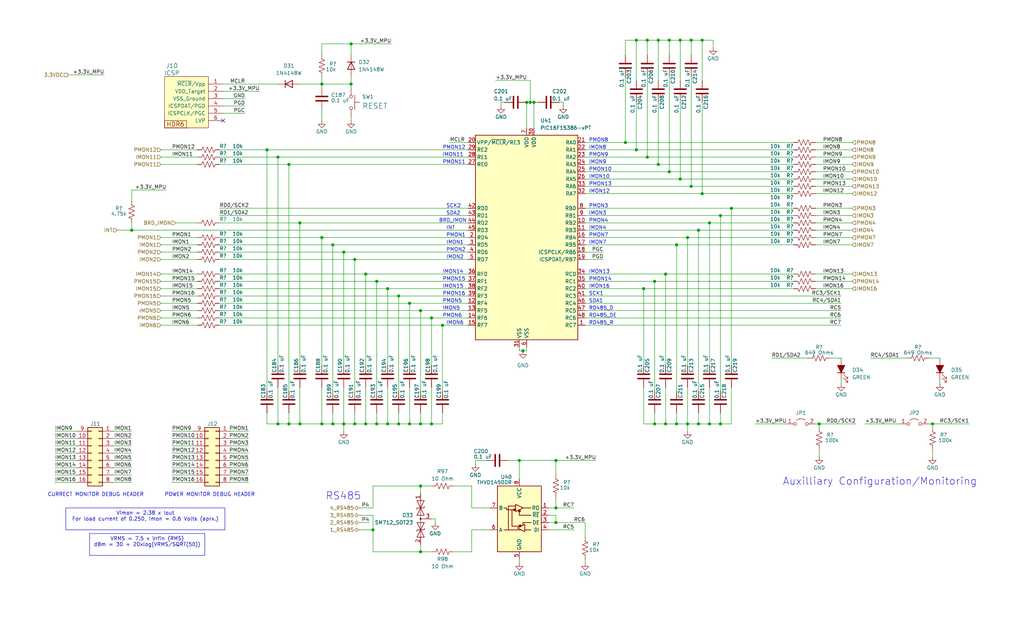
<source format=kicad_sch>
(kicad_sch (version 20231120) (generator "eeschema") (generator_version "8.0")
  (paper "USLegal")
  (title_block (title "LWA ARX  Rev I") (date "2024-11-15") (rev "2.0"))
  (junction (at 246.38 147.32))
  (junction (at 134.62 100.33))
  (junction (at 228.6 57.15))
  (junction (at 100.33 147.32))
  (junction (at 149.86 147.32))
  (junction (at 111.76 82.55))
  (junction (at 250.19 74.93))
  (junction (at 104.14 77.47))
  (junction (at 243.84 13.97))
  (junction (at 217.17 49.53))
  (junction (at 240.03 64.77))
  (junction (at 111.76 29.21))
  (junction (at 193.04 181.61))
  (junction (at 182.88 35.56))
  (junction (at 238.76 82.55))
  (junction (at 243.84 67.31))
  (junction (at 193.04 176.53))
  (junction (at 250.19 147.32))
  (junction (at 240.03 13.97))
  (junction (at 284.48 147.32))
  (junction (at 181.61 121.92))
  (junction (at 220.98 13.97))
  (junction (at 104.14 147.32))
  (junction (at 184.15 35.56))
  (junction (at 242.57 147.32))
  (junction (at 234.95 85.09))
  (junction (at 115.57 85.09))
  (junction (at 185.42 35.56))
  (junction (at 146.05 107.95))
  (junction (at 254 72.39))
  (junction (at 138.43 147.32))
  (junction (at 142.24 105.41))
  (junction (at 119.38 87.63))
  (junction (at 231.14 147.32))
  (junction (at 238.76 147.32))
  (junction (at 130.81 97.79))
  (junction (at 123.19 147.32))
  (junction (at 223.52 100.33))
  (junction (at 138.43 102.87))
  (junction (at 96.52 147.32))
  (junction (at 231.14 95.25))
  (junction (at 149.86 110.49))
  (junction (at 121.92 15.24))
  (junction (at 323.85 147.32))
  (junction (at 146.05 147.32))
  (junction (at 227.33 97.79))
  (junction (at 111.76 147.32))
  (junction (at 127 95.25))
  (junction (at 228.6 13.97))
  (junction (at 127 147.32))
  (junction (at 193.04 160.02))
  (junction (at 129.54 184.15))
  (junction (at 242.57 80.01))
  (junction (at 45.72 80.01))
  (junction (at 236.22 62.23))
  (junction (at 142.24 147.32))
  (junction (at 130.81 147.32))
  (junction (at 153.67 113.03))
  (junction (at 232.41 13.97))
  (junction (at 246.38 77.47))
  (junction (at 220.98 52.07))
  (junction (at 146.05 168.91))
  (junction (at 134.62 147.32))
  (junction (at 236.22 13.97))
  (junction (at 224.79 54.61))
  (junction (at 224.79 13.97))
  (junction (at 227.33 147.32))
  (junction (at 121.92 29.21))
  (junction (at 96.52 54.61))
  (junction (at 115.57 147.32))
  (junction (at 92.71 52.07))
  (junction (at 100.33 57.15))
  (junction (at 123.19 90.17))
  (junction (at 146.05 191.77))
  (junction (at 119.38 147.32))
  (junction (at 232.41 59.69))
  (junction (at 180.34 160.02))
  (junction (at 234.95 147.32))
  (no_connect (at 77.47 41.91))
  (wire (pts (xy 76.2 90.17) (xy 123.19 90.17)))
  (wire (pts (xy 165.1 160.02) (xy 168.91 160.02)))
  (wire (pts (xy 292.1 132.08) (xy 292.1 133.35)))
  (wire (pts (xy 275.59 54.61) (xy 224.79 54.61)))
  (wire (pts (xy 92.71 147.32) (xy 96.52 147.32)))
  (wire (pts (xy 59.69 162.56) (xy 67.31 162.56)))
  (wire (pts (xy 76.2 52.07) (xy 92.71 52.07)))
  (wire (pts (xy 134.62 134.62) (xy 134.62 147.32)))
  (wire (pts (xy 134.62 147.32) (xy 138.43 147.32)))
  (wire (pts (xy 284.48 147.32) (xy 284.48 148.59)))
  (wire (pts (xy 19.05 167.64) (xy 26.67 167.64)))
  (wire (pts (xy 119.38 147.32) (xy 123.19 147.32)))
  (wire (pts (xy 80.01 152.4) (xy 86.36 152.4)))
  (wire (pts (xy 127 147.32) (xy 130.81 147.32)))
  (wire (pts (xy 77.47 31.75) (xy 90.17 31.75)))
  (wire (pts (xy 283.21 54.61) (xy 295.91 54.61)))
  (wire (pts (xy 142.24 105.41) (xy 162.56 105.41)))
  (wire (pts (xy 240.03 13.97) (xy 240.03 19.05)))
  (wire (pts (xy 76.2 85.09) (xy 115.57 85.09)))
  (wire (pts (xy 77.47 39.37) (xy 85.09 39.37)))
  (wire (pts (xy 115.57 143.51) (xy 115.57 147.32)))
  (wire (pts (xy 220.98 13.97) (xy 220.98 27.94)))
  (wire (pts (xy 59.69 149.86) (xy 67.31 149.86)))
  (wire (pts (xy 203.2 49.53) (xy 217.17 49.53)))
  (wire (pts (xy 184.15 27.94) (xy 184.15 35.56)))
  (wire (pts (xy 224.79 13.97) (xy 228.6 13.97)))
  (wire (pts (xy 111.76 26.67) (xy 111.76 29.21)))
  (wire (pts (xy 80.01 154.94) (xy 86.36 154.94)))
  (wire (pts (xy 267.97 124.46) (xy 280.67 124.46)))
  (wire (pts (xy 121.92 29.21) (xy 121.92 26.67)))
  (wire (pts (xy 55.88 82.55) (xy 68.58 82.55)))
  (wire (pts (xy 217.17 13.97) (xy 220.98 13.97)))
  (wire (pts (xy 242.57 80.01) (xy 242.57 135.89)))
  (wire (pts (xy 195.58 35.56) (xy 195.58 36.83)))
  (wire (pts (xy 130.81 147.32) (xy 134.62 147.32)))
  (wire (pts (xy 175.26 35.56) (xy 173.99 35.56)))
  (wire (pts (xy 180.34 160.02) (xy 193.04 160.02)))
  (wire (pts (xy 119.38 147.32) (xy 119.38 149.86)))
  (wire (pts (xy 193.04 176.53) (xy 199.39 176.53)))
  (wire (pts (xy 121.92 40.64) (xy 121.92 41.91)))
  (wire (pts (xy 227.33 97.79) (xy 227.33 135.89)))
  (wire (pts (xy 243.84 13.97) (xy 247.65 13.97)))
  (wire (pts (xy 203.2 62.23) (xy 236.22 62.23)))
  (wire (pts (xy 39.37 152.4) (xy 45.72 152.4)))
  (wire (pts (xy 242.57 143.51) (xy 242.57 147.32)))
  (wire (pts (xy 242.57 147.32) (xy 246.38 147.32)))
  (wire (pts (xy 163.83 184.15) (xy 170.18 184.15)))
  (wire (pts (xy 157.48 191.77) (xy 163.83 191.77)))
  (wire (pts (xy 111.76 82.55) (xy 162.56 82.55)))
  (wire (pts (xy 19.05 154.94) (xy 26.67 154.94)))
  (wire (pts (xy 146.05 107.95) (xy 162.56 107.95)))
  (wire (pts (xy 240.03 13.97) (xy 243.84 13.97)))
  (wire (pts (xy 283.21 72.39) (xy 295.91 72.39)))
  (wire (pts (xy 39.37 165.1) (xy 45.72 165.1)))
  (wire (pts (xy 203.2 57.15) (xy 228.6 57.15)))
  (wire (pts (xy 115.57 85.09) (xy 162.56 85.09)))
  (wire (pts (xy 203.2 194.31) (xy 203.2 195.58)))
  (wire (pts (xy 238.76 82.55) (xy 238.76 127)))
  (wire (pts (xy 130.81 143.51) (xy 130.81 147.32)))
  (wire (pts (xy 19.05 149.86) (xy 26.67 149.86)))
  (wire (pts (xy 203.2 97.79) (xy 227.33 97.79)))
  (wire (pts (xy 203.2 77.47) (xy 246.38 77.47)))
  (wire (pts (xy 55.88 57.15) (xy 68.58 57.15)))
  (wire (pts (xy 123.19 90.17) (xy 123.19 135.89)))
  (wire (pts (xy 223.52 147.32) (xy 227.33 147.32)))
  (wire (pts (xy 60.96 77.47) (xy 68.58 77.47)))
  (wire (pts (xy 284.48 156.21) (xy 284.48 158.75)))
  (wire (pts (xy 76.2 107.95) (xy 146.05 107.95)))
  (wire (pts (xy 127 95.25) (xy 162.56 95.25)))
  (wire (pts (xy 55.88 102.87) (xy 68.58 102.87)))
  (wire (pts (xy 55.88 90.17) (xy 68.58 90.17)))
  (wire (pts (xy 104.14 77.47) (xy 104.14 127)))
  (wire (pts (xy 45.72 66.04) (xy 57.785 66.04)))
  (wire (pts (xy 220.98 52.07) (xy 220.98 35.56)))
  (wire (pts (xy 172.085 27.94) (xy 184.15 27.94)))
  (wire (pts (xy 275.59 59.69) (xy 232.41 59.69)))
  (wire (pts (xy 19.05 157.48) (xy 26.67 157.48)))
  (wire (pts (xy 19.05 152.4) (xy 26.67 152.4)))
  (wire (pts (xy 55.88 95.25) (xy 68.58 95.25)))
  (wire (pts (xy 243.84 67.31) (xy 275.59 67.31)))
  (wire (pts (xy 149.86 110.49) (xy 149.86 127)))
  (wire (pts (xy 302.26 124.46) (xy 314.96 124.46)))
  (wire (pts (xy 203.2 100.33) (xy 223.52 100.33)))
  (wire (pts (xy 236.22 13.97) (xy 240.03 13.97)))
  (wire (pts (xy 243.84 13.97) (xy 243.84 27.94)))
  (wire (pts (xy 104.14 134.62) (xy 104.14 147.32)))
  (wire (pts (xy 111.76 134.62) (xy 111.76 147.32)))
  (wire (pts (xy 77.47 36.83) (xy 85.09 36.83)))
  (wire (pts (xy 283.21 67.31) (xy 295.91 67.31)))
  (wire (pts (xy 76.2 100.33) (xy 134.62 100.33)))
  (wire (pts (xy 100.33 147.32) (xy 104.14 147.32)))
  (wire (pts (xy 124.46 176.53) (xy 129.54 176.53)))
  (wire (pts (xy 153.67 113.03) (xy 162.56 113.03)))
  (wire (pts (xy 165.1 161.29) (xy 165.1 160.02)))
  (wire (pts (xy 129.54 184.15) (xy 129.54 191.77)))
  (wire (pts (xy 203.2 82.55) (xy 238.76 82.55)))
  (wire (pts (xy 203.2 186.69) (xy 203.2 181.61)))
  (wire (pts (xy 176.53 160.02) (xy 180.34 160.02)))
  (wire (pts (xy 55.88 105.41) (xy 68.58 105.41)))
  (wire (pts (xy 19.05 160.02) (xy 26.67 160.02)))
  (wire (pts (xy 283.21 57.15) (xy 295.91 57.15)))
  (wire (pts (xy 283.21 95.25) (xy 295.91 95.25)))
  (wire (pts (xy 55.88 100.33) (xy 68.58 100.33)))
  (wire (pts (xy 232.41 13.97) (xy 232.41 19.05)))
  (wire (pts (xy 153.67 143.51) (xy 153.67 147.32)))
  (wire (pts (xy 119.38 134.62) (xy 119.38 147.32)))
  (wire (pts (xy 283.21 59.69) (xy 295.91 59.69)))
  (wire (pts (xy 76.2 97.79) (xy 130.81 97.79)))
  (wire (pts (xy 227.33 147.32) (xy 231.14 147.32)))
  (wire (pts (xy 134.62 100.33) (xy 134.62 127)))
  (wire (pts (xy 236.22 62.23) (xy 236.22 35.56)))
  (wire (pts (xy 180.34 121.92) (xy 181.61 121.92)))
  (wire (pts (xy 39.37 149.86) (xy 45.72 149.86)))
  (wire (pts (xy 80.01 167.64) (xy 86.36 167.64)))
  (wire (pts (xy 119.38 87.63) (xy 162.56 87.63)))
  (wire (pts (xy 80.01 162.56) (xy 86.36 162.56)))
  (wire (pts (xy 203.2 102.87) (xy 292.1 102.87)))
  (wire (pts (xy 76.2 57.15) (xy 100.33 57.15)))
  (wire (pts (xy 322.58 124.46) (xy 326.39 124.46)))
  (wire (pts (xy 163.83 168.91) (xy 163.83 176.53)))
  (wire (pts (xy 55.88 85.09) (xy 68.58 85.09)))
  (wire (pts (xy 142.24 105.41) (xy 142.24 127)))
  (wire (pts (xy 254 134.62) (xy 254 147.32)))
  (wire (pts (xy 190.5 179.07) (xy 193.04 179.07)))
  (wire (pts (xy 250.19 143.51) (xy 250.19 147.32)))
  (wire (pts (xy 283.21 62.23) (xy 295.91 62.23)))
  (wire (pts (xy 111.76 147.32) (xy 115.57 147.32)))
  (wire (pts (xy 181.61 121.92) (xy 182.88 121.92)))
  (wire (pts (xy 283.21 80.01) (xy 295.91 80.01)))
  (wire (pts (xy 275.59 52.07) (xy 220.98 52.07)))
  (wire (pts (xy 100.33 57.15) (xy 162.56 57.15)))
  (wire (pts (xy 283.21 100.33) (xy 295.91 100.33)))
  (wire (pts (xy 39.37 154.94) (xy 45.72 154.94)))
  (wire (pts (xy 149.86 110.49) (xy 162.56 110.49)))
  (wire (pts (xy 217.17 49.53) (xy 217.17 26.67)))
  (wire (pts (xy 59.69 160.02) (xy 67.31 160.02)))
  (wire (pts (xy 275.59 74.93) (xy 250.19 74.93)))
  (wire (pts (xy 234.95 85.09) (xy 234.95 135.89)))
  (wire (pts (xy 203.2 64.77) (xy 240.03 64.77)))
  (wire (pts (xy 323.85 156.21) (xy 323.85 158.75)))
  (wire (pts (xy 138.43 102.87) (xy 138.43 135.89)))
  (wire (pts (xy 275.59 49.53) (xy 217.17 49.53)))
  (wire (pts (xy 115.57 85.09) (xy 115.57 135.89)))
  (wire (pts (xy 275.59 95.25) (xy 231.14 95.25)))
  (wire (pts (xy 111.76 15.24) (xy 111.76 19.05)))
  (wire (pts (xy 96.52 54.61) (xy 96.52 127)))
  (wire (pts (xy 111.76 38.1) (xy 111.76 41.91)))
  (wire (pts (xy 138.43 147.32) (xy 142.24 147.32)))
  (wire (pts (xy 283.21 82.55) (xy 295.91 82.55)))
  (wire (pts (xy 138.43 102.87) (xy 162.56 102.87)))
  (wire (pts (xy 146.05 191.77) (xy 146.05 189.23)))
  (wire (pts (xy 182.88 120.65) (xy 182.88 121.92)))
  (wire (pts (xy 283.21 52.07) (xy 295.91 52.07)))
  (wire (pts (xy 326.39 132.08) (xy 326.39 133.35)))
  (wire (pts (xy 203.2 107.95) (xy 292.1 107.95)))
  (wire (pts (xy 180.34 194.31) (xy 180.34 195.58)))
  (wire (pts (xy 217.17 13.97) (xy 217.17 19.05)))
  (wire (pts (xy 163.83 176.53) (xy 170.18 176.53)))
  (wire (pts (xy 59.69 165.1) (xy 67.31 165.1)))
  (wire (pts (xy 246.38 77.47) (xy 246.38 127)))
  (wire (pts (xy 193.04 172.72) (xy 193.04 176.53)))
  (wire (pts (xy 80.01 160.02) (xy 86.36 160.02)))
  (wire (pts (xy 76.2 72.39) (xy 162.56 72.39)))
  (wire (pts (xy 146.05 107.95) (xy 146.05 135.89)))
  (wire (pts (xy 203.2 90.17) (xy 209.55 90.17)))
  (wire (pts (xy 173.99 35.56) (xy 173.99 36.83)))
  (wire (pts (xy 163.83 191.77) (xy 163.83 184.15)))
  (wire (pts (xy 194.31 35.56) (xy 195.58 35.56)))
  (wire (pts (xy 59.69 152.4) (xy 67.31 152.4)))
  (wire (pts (xy 124.46 181.61) (xy 128.27 181.61)))
  (wire (pts (xy 127 95.25) (xy 127 127)))
  (wire (pts (xy 59.69 154.94) (xy 67.31 154.94)))
  (wire (pts (xy 121.92 15.24) (xy 111.76 15.24)))
  (wire (pts (xy 275.59 80.01) (xy 242.57 80.01)))
  (wire (pts (xy 146.05 191.77) (xy 149.86 191.77)))
  (wire (pts (xy 254 72.39) (xy 254 127)))
  (wire (pts (xy 80.01 157.48) (xy 86.36 157.48)))
  (wire (pts (xy 146.05 147.32) (xy 149.86 147.32)))
  (wire (pts (xy 92.71 52.07) (xy 162.56 52.07)))
  (wire (pts (xy 19.05 165.1) (xy 26.67 165.1)))
  (wire (pts (xy 220.98 13.97) (xy 224.79 13.97)))
  (wire (pts (xy 238.76 147.32) (xy 242.57 147.32)))
  (wire (pts (xy 153.67 113.03) (xy 153.67 135.89)))
  (wire (pts (xy 104.14 147.32) (xy 111.76 147.32)))
  (wire (pts (xy 130.81 97.79) (xy 162.56 97.79)))
  (wire (pts (xy 283.21 147.32) (xy 284.48 147.32)))
  (wire (pts (xy 111.76 29.21) (xy 111.76 30.48)))
  (wire (pts (xy 76.2 105.41) (xy 142.24 105.41)))
  (wire (pts (xy 193.04 181.61) (xy 203.2 181.61)))
  (wire (pts (xy 182.88 35.56) (xy 184.15 35.56)))
  (wire (pts (xy 246.38 147.32) (xy 250.19 147.32)))
  (wire (pts (xy 129.54 179.07) (xy 129.54 184.15)))
  (wire (pts (xy 76.2 110.49) (xy 149.86 110.49)))
  (wire (pts (xy 232.41 13.97) (xy 236.22 13.97)))
  (wire (pts (xy 55.88 97.79) (xy 68.58 97.79)))
  (wire (pts (xy 40.64 80.01) (xy 45.72 80.01)))
  (wire (pts (xy 92.71 143.51) (xy 92.71 147.32)))
  (wire (pts (xy 300.355 147.32) (xy 312.42 147.32)))
  (wire (pts (xy 231.14 134.62) (xy 231.14 147.32)))
  (wire (pts (xy 246.38 134.62) (xy 246.38 147.32)))
  (wire (pts (xy 275.59 85.09) (xy 234.95 85.09)))
  (wire (pts (xy 238.76 134.62) (xy 238.76 147.32)))
  (wire (pts (xy 284.48 147.32) (xy 297.18 147.32)))
  (wire (pts (xy 127 134.62) (xy 127 147.32)))
  (wire (pts (xy 123.19 143.51) (xy 123.19 147.32)))
  (wire (pts (xy 149.86 134.62) (xy 149.86 147.32)))
  (wire (pts (xy 243.84 35.56) (xy 243.84 67.31)))
  (wire (pts (xy 129.54 176.53) (xy 129.54 168.91)))
  (wire (pts (xy 121.92 29.21) (xy 121.92 30.48)))
  (wire (pts (xy 76.2 54.61) (xy 96.52 54.61)))
  (wire (pts (xy 323.85 147.32) (xy 323.85 148.59)))
  (wire (pts (xy 180.34 120.65) (xy 180.34 121.92)))
  (wire (pts (xy 203.2 110.49) (xy 292.1 110.49)))
  (wire (pts (xy 76.2 74.93) (xy 162.56 74.93)))
  (wire (pts (xy 55.88 54.61) (xy 68.58 54.61)))
  (wire (pts (xy 55.88 113.03) (xy 68.58 113.03)))
  (wire (pts (xy 76.2 102.87) (xy 138.43 102.87)))
  (wire (pts (xy 123.19 90.17) (xy 162.56 90.17)))
  (wire (pts (xy 146.05 168.91) (xy 146.05 171.45)))
  (wire (pts (xy 250.19 74.93) (xy 250.19 135.89)))
  (wire (pts (xy 121.92 15.24) (xy 135.89 15.24)))
  (wire (pts (xy 59.69 167.64) (xy 67.31 167.64)))
  (wire (pts (xy 45.72 66.04) (xy 45.72 69.85)))
  (wire (pts (xy 92.71 52.07) (xy 92.71 135.89)))
  (wire (pts (xy 76.2 95.25) (xy 127 95.25)))
  (wire (pts (xy 138.43 143.51) (xy 138.43 147.32)))
  (wire (pts (xy 146.05 143.51) (xy 146.05 147.32)))
  (wire (pts (xy 111.76 82.55) (xy 111.76 127)))
  (wire (pts (xy 203.2 113.03) (xy 292.1 113.03)))
  (wire (pts (xy 275.59 64.77) (xy 240.03 64.77)))
  (wire (pts (xy 119.38 147.32) (xy 115.57 147.32)))
  (wire (pts (xy 134.62 100.33) (xy 162.56 100.33)))
  (wire (pts (xy 323.85 147.32) (xy 336.55 147.32)))
  (wire (pts (xy 23.495 26.035) (xy 36.195 26.035)))
  (wire (pts (xy 224.79 54.61) (xy 224.79 26.67)))
  (wire (pts (xy 223.52 134.62) (xy 223.52 147.32)))
  (wire (pts (xy 124.46 184.15) (xy 129.54 184.15)))
  (wire (pts (xy 39.37 162.56) (xy 45.72 162.56)))
  (wire (pts (xy 80.01 149.86) (xy 86.36 149.86)))
  (wire (pts (xy 203.2 74.93) (xy 250.19 74.93)))
  (wire (pts (xy 45.72 77.47) (xy 45.72 80.01)))
  (wire (pts (xy 39.37 157.48) (xy 45.72 157.48)))
  (wire (pts (xy 223.52 100.33) (xy 223.52 127)))
  (wire (pts (xy 190.5 176.53) (xy 193.04 176.53)))
  (wire (pts (xy 146.05 168.91) (xy 149.86 168.91)))
  (wire (pts (xy 228.6 13.97) (xy 228.6 27.94)))
  (wire (pts (xy 275.59 72.39) (xy 254 72.39)))
  (wire (pts (xy 228.6 57.15) (xy 228.6 35.56)))
  (wire (pts (xy 262.255 147.32) (xy 273.05 147.32)))
  (wire (pts (xy 129.54 168.91) (xy 146.05 168.91)))
  (wire (pts (xy 59.69 157.48) (xy 67.31 157.48)))
  (wire (pts (xy 55.88 107.95) (xy 68.58 107.95)))
  (wire (pts (xy 203.2 95.25) (xy 231.14 95.25)))
  (wire (pts (xy 151.13 180.34) (xy 149.86 180.34)))
  (wire (pts (xy 142.24 147.32) (xy 146.05 147.32)))
  (wire (pts (xy 190.5 184.15) (xy 199.39 184.15)))
  (wire (pts (xy 231.14 95.25) (xy 231.14 127)))
  (wire (pts (xy 77.47 29.21) (xy 96.52 29.21)))
  (wire (pts (xy 80.01 165.1) (xy 86.36 165.1)))
  (wire (pts (xy 124.46 179.07) (xy 129.54 179.07)))
  (wire (pts (xy 111.76 29.21) (xy 121.92 29.21)))
  (wire (pts (xy 283.21 74.93) (xy 295.91 74.93)))
  (wire (pts (xy 142.24 134.62) (xy 142.24 147.32)))
  (wire (pts (xy 121.92 15.24) (xy 121.92 19.05)))
  (wire (pts (xy 203.2 54.61) (xy 224.79 54.61)))
  (wire (pts (xy 76.2 87.63) (xy 119.38 87.63)))
  (wire (pts (xy 76.2 113.03) (xy 153.67 113.03)))
  (wire (pts (xy 203.2 87.63) (xy 209.55 87.63)))
  (wire (pts (xy 193.04 160.02) (xy 207.01 160.02)))
  (wire (pts (xy 250.19 147.32) (xy 254 147.32)))
  (wire (pts (xy 130.81 97.79) (xy 130.81 135.89)))
  (wire (pts (xy 236.22 13.97) (xy 236.22 27.94)))
  (wire (pts (xy 275.59 97.79) (xy 227.33 97.79)))
  (wire (pts (xy 283.21 85.09) (xy 295.91 85.09)))
  (wire (pts (xy 151.13 181.61) (xy 151.13 180.34)))
  (wire (pts (xy 96.52 147.32) (xy 100.33 147.32)))
  (wire (pts (xy 185.42 35.56) (xy 186.69 35.56)))
  (wire (pts (xy 275.59 77.47) (xy 246.38 77.47)))
  (wire (pts (xy 157.48 168.91) (xy 163.83 168.91)))
  (wire (pts (xy 39.37 160.02) (xy 45.72 160.02)))
  (wire (pts (xy 193.04 179.07) (xy 193.04 181.61)))
  (wire (pts (xy 193.04 160.02) (xy 193.04 165.1)))
  (wire (pts (xy 283.21 49.53) (xy 295.91 49.53)))
  (wire (pts (xy 283.21 77.47) (xy 295.91 77.47)))
  (wire (pts (xy 203.2 85.09) (xy 234.95 85.09)))
  (wire (pts (xy 228.6 13.97) (xy 232.41 13.97)))
  (wire (pts (xy 247.65 13.97) (xy 247.65 16.51)))
  (wire (pts (xy 322.58 147.32) (xy 323.85 147.32)))
  (wire (pts (xy 77.47 34.29) (xy 85.09 34.29)))
  (wire (pts (xy 203.2 52.07) (xy 220.98 52.07)))
  (wire (pts (xy 55.88 52.07) (xy 68.58 52.07)))
  (wire (pts (xy 275.59 82.55) (xy 238.76 82.55)))
  (wire (pts (xy 288.29 124.46) (xy 292.1 124.46)))
  (wire (pts (xy 76.2 77.47) (xy 104.14 77.47)))
  (wire (pts (xy 185.42 35.56) (xy 185.42 44.45)))
  (wire (pts (xy 162.56 49.53) (xy 156.21 49.53)))
  (wire (pts (xy 224.79 13.97) (xy 224.79 19.05)))
  (wire (pts (xy 232.41 59.69) (xy 232.41 26.67)))
  (wire (pts (xy 149.86 147.32) (xy 153.67 147.32)))
  (wire (pts (xy 182.88 44.45) (xy 182.88 35.56)))
  (wire (pts (xy 203.2 67.31) (xy 243.84 67.31)))
  (wire (pts (xy 100.33 57.15) (xy 100.33 135.89)))
  (wire (pts (xy 119.38 87.63) (xy 119.38 127)))
  (wire (pts (xy 104.14 77.47) (xy 162.56 77.47)))
  (wire (pts (xy 240.03 64.77) (xy 240.03 26.67)))
  (wire (pts (xy 234.95 147.32) (xy 231.14 147.32)))
  (wire (pts (xy 100.33 143.51) (xy 100.33 147.32)))
  (wire (pts (xy 283.21 97.79) (xy 295.91 97.79)))
  (wire (pts (xy 45.72 80.01) (xy 162.56 80.01)))
  (wire (pts (xy 184.15 35.56) (xy 185.42 35.56)))
  (wire (pts (xy 55.88 87.63) (xy 68.58 87.63)))
  (wire (pts (xy 203.2 80.01) (xy 242.57 80.01)))
  (wire (pts (xy 129.54 191.77) (xy 146.05 191.77)))
  (wire (pts (xy 180.34 166.37) (xy 180.34 160.02)))
  (wire (pts (xy 203.2 105.41) (xy 292.1 105.41)))
  (wire (pts (xy 76.2 82.55) (xy 111.76 82.55)))
  (wire (pts (xy 104.14 29.21) (xy 111.76 29.21)))
  (wire (pts (xy 227.33 143.51) (xy 227.33 147.32)))
  (wire (pts (xy 234.95 147.32) (xy 238.76 147.32)))
  (wire (pts (xy 275.59 57.15) (xy 228.6 57.15)))
  (wire (pts (xy 203.2 59.69) (xy 232.41 59.69)))
  (wire (pts (xy 234.95 143.51) (xy 234.95 147.32)))
  (wire (pts (xy 19.05 162.56) (xy 26.67 162.56)))
  (wire (pts (xy 96.52 134.62) (xy 96.52 147.32)))
  (wire (pts (xy 190.5 181.61) (xy 193.04 181.61)))
  (wire (pts (xy 96.52 54.61) (xy 162.56 54.61)))
  (wire (pts (xy 123.19 147.32) (xy 127 147.32)))
  (wire (pts (xy 203.2 72.39) (xy 254 72.39)))
  (wire (pts (xy 55.88 110.49) (xy 68.58 110.49)))
  (wire (pts (xy 275.59 100.33) (xy 223.52 100.33)))
  (wire (pts (xy 283.21 64.77) (xy 295.91 64.77)))
  (wire (pts (xy 238.76 147.32) (xy 238.76 149.86)))
  (wire (pts (xy 275.59 62.23) (xy 236.22 62.23)))
  (wire (pts (xy 39.37 167.64) (xy 45.72 167.64)))
  (text_box "Vimon = 2.38 x Iout\nFor load current of 0.250, Imon = 0.6 Volts (aprx.)" (at 22.86 176.53 0) (size 55.245 7.62) (effects (font (size 1.27 1.27)) (justify top)))
  (text_box "VRMS = 7.5 x Vrfin (RMS)\ndBm = 30 + 20xlog(VRMS/SQRT(50))" (at 31.115 185.42 0) (size 40.005 7.62) (effects (font (size 1.27 1.27)) (justify top)))
  (text "SCK2" (at 154.94 72.39 0) (effects (font (size 1.27 1.27)) (justify left bottom)))
  (text "PMON2" (at 154.94 87.63 0) (effects (font (size 1.27 1.27)) (justify left bottom)))
  (text "IMON12" (at 204.47 67.31 0) (effects (font (size 1.27 1.27)) (justify left bottom)))
  (text "CURRECT MONITOR DEBUG HEADER" (at 16.51 172.72 0) (effects (font (size 1.27 1.27)) (justify left bottom)))
  (text "PMON10" (at 204.47 59.69 0) (effects (font (size 1.27 1.27)) (justify left bottom)))
  (text "IMON11" (at 153.67 54.61 0) (effects (font (size 1.27 1.27)) (justify left bottom)))
  (text "IMON13" (at 204.47 95.25 0) (effects (font (size 1.27 1.27)) (justify left bottom)))
  (text "Auxilliary Configuration/Monitoring" (at 271.78 168.91 0) (effects (font (size 2.54 2.54)) (justify left bottom)))
  (text "PMON9" (at 204.47 54.61 0) (effects (font (size 1.27 1.27)) (justify left bottom)))
  (text "IMON6" (at 154.94 113.03 0) (effects (font (size 1.27 1.27)) (justify left bottom)))
  (text "RD485_DE" (at 204.47 110.49 0) (effects (font (size 1.27 1.27)) (justify left bottom)))
  (text "IMON8" (at 204.47 52.07 0) (effects (font (size 1.27 1.27)) (justify left bottom)))
  (text "RD485_R" (at 204.47 113.03 0) (effects (font (size 1.27 1.27)) (justify left bottom)))
  (text "IMON10" (at 204.47 62.23 0) (effects (font (size 1.27 1.27)) (justify left bottom)))
  (text "RS485" (at 113.03 173.99 0) (effects (font (size 2.54 2.54)) (justify left bottom)))
  (text "PMON1" (at 154.94 82.55 0) (effects (font (size 1.27 1.27)) (justify left bottom)))
  (text "IMON4" (at 204.47 80.01 0) (effects (font (size 1.27 1.27)) (justify left bottom)))
  (text "PMON8" (at 204.47 49.53 0) (effects (font (size 1.27 1.27)) (justify left bottom)))
  (text "PMON7" (at 204.47 82.55 0) (effects (font (size 1.27 1.27)) (justify left bottom)))
  (text "IMON16" (at 204.47 100.33 0) (effects (font (size 1.27 1.27)) (justify left bottom)))
  (text "IMON14" (at 153.67 95.25 0) (effects (font (size 1.27 1.27)) (justify left bottom)))
  (text "SDA1" (at 204.47 105.41 0) (effects (font (size 1.27 1.27)) (justify left bottom)))
  (text "PMON11" (at 153.67 57.15 0) (effects (font (size 1.27 1.27)) (justify left bottom)))
  (text "POWER MONITOR DEBUG HEADER" (at 57.15 172.72 0) (effects (font (size 1.27 1.27)) (justify left bottom)))
  (text "IMON7" (at 204.47 85.09 0) (effects (font (size 1.27 1.27)) (justify left bottom)))
  (text "PMON12" (at 153.67 52.07 0) (effects (font (size 1.27 1.27)) (justify left bottom)))
  (text "IMON5" (at 153.67 107.95 0) (effects (font (size 1.27 1.27)) (justify left bottom)))
  (text "IMON3" (at 204.47 74.93 0) (effects (font (size 1.27 1.27)) (justify left bottom)))
  (text "IMON1" (at 154.94 85.09 0) (effects (font (size 1.27 1.27)) (justify left bottom)))
  (text "SDA2" (at 154.94 74.93 0) (effects (font (size 1.27 1.27)) (justify left bottom)))
  (text "PMON16" (at 153.67 102.87 0) (effects (font (size 1.27 1.27)) (justify left bottom)))
  (text "RD485_D" (at 204.47 107.95 0) (effects (font (size 1.27 1.27)) (justify left bottom)))
  (text "PMON15" (at 153.67 97.79 0) (effects (font (size 1.27 1.27)) (justify left bottom)))
  (text "PMON6" (at 153.67 110.49 0) (effects (font (size 1.27 1.27)) (justify left bottom)))
  (text "IMON9" (at 204.47 57.15 0) (effects (font (size 1.27 1.27)) (justify left bottom)))
  (text "PMON3" (at 204.47 72.39 0) (effects (font (size 1.27 1.27)) (justify left bottom)))
  (text "PMON4" (at 204.47 77.47 0) (effects (font (size 1.27 1.27)) (justify left bottom)))
  (text "PMON13" (at 204.47 64.77 0) (effects (font (size 1.27 1.27)) (justify left bottom)))
  (text "BRD_IMON" (at 152.4 77.47 0) (effects (font (size 1.27 1.27)) (justify left bottom)))
  (text "PMON14" (at 204.47 97.79 0) (effects (font (size 1.27 1.27)) (justify left bottom)))
  (text "INT" (at 154.94 80.01 0) (effects (font (size 1.27 1.27)) (justify left bottom)))
  (text "PMON5" (at 153.67 105.41 0) (effects (font (size 1.27 1.27)) (justify left bottom)))
  (text "IMON15" (at 153.67 100.33 0) (effects (font (size 1.27 1.27)) (justify left bottom)))
  (text "IMON2" (at 154.94 90.17 0) (effects (font (size 1.27 1.27)) (justify left bottom)))
  (text "SCK1" (at 204.47 102.87 0) (effects (font (size 1.27 1.27)) (justify left bottom)))
  (label "IMON13" (at 19.05 160.02 0))
  (label "RC7" (at 199.39 176.53 180))
  (label "RD1{slash}SDA2" (at 76.2 74.93 0))
  (label "IMON12" (at 285.75 67.31 0))
  (label "RC4{slash}SDA1" (at 292.1 105.41 180))
  (label "PMON9" (at 285.75 54.61 0))
  (label "IMON9" (at 285.75 57.15 0))
  (label "IMON3" (at 45.72 154.94 180))
  (label "+3.3V_MPU" (at 300.355 147.32 0))
  (label "IMON8" (at 45.72 167.64 180))
  (label "IMON1" (at 45.72 149.86 180))
  (label "P4" (at 128.27 176.53 180))
  (label "+3.3V_MPU" (at 135.89 15.24 180))
  (label "PMON8" (at 86.36 167.64 180))
  (label "MCLR" (at 85.09 29.21 180))
  (label "PMON13" (at 285.75 64.77 0))
  (label "PMON4" (at 86.36 157.48 180))
  (label "+3.3V_MPU" (at 90.17 31.75 180))
  (label "PMON6" (at 59.69 110.49 0))
  (label "PMON7" (at 285.75 82.55 0))
  (label "PMON15" (at 59.69 97.79 0))
  (label "RC6" (at 203.2 181.61 180))
  (label "IMON2" (at 45.72 152.4 180))
  (label "PMON10" (at 285.75 59.69 0))
  (label "RC5" (at 292.1 107.95 180))
  (label "PMON8" (at 285.75 49.53 0))
  (label "IMON16" (at 285.75 100.33 0))
  (label "IMON2" (at 59.69 90.17 0))
  (label "PMON9" (at 59.69 149.86 0))
  (label "+3.3V_MPU" (at 57.785 66.04 180))
  (label "PMON12" (at 59.69 52.07 0))
  (label "RD0{slash}SCK2" (at 297.18 147.32 180))
  (label "RC4{slash}SDA1" (at 302.26 124.46 0))
  (label "PGC" (at 209.55 87.63 180))
  (label "RC6" (at 292.1 110.49 180))
  (label "PMON2" (at 86.36 152.4 180))
  (label "IMON7" (at 45.72 165.1 180))
  (label "PMON3" (at 86.36 154.94 180))
  (label "+3.3V_MPU" (at 172.085 27.94 0))
  (label "IMON1" (at 59.69 85.09 0))
  (label "PGC" (at 85.09 39.37 180))
  (label "RC3{slash}SCK1" (at 336.55 147.32 180))
  (label "PMON2" (at 59.69 87.63 0))
  (label "PMON6" (at 86.36 162.56 180))
  (label "PMON5" (at 86.36 160.02 180))
  (label "RC5" (at 199.39 184.15 180))
  (label "IMON11" (at 59.69 54.61 0))
  (label "IMON16" (at 19.05 167.64 0))
  (label "IMON13" (at 285.75 95.25 0))
  (label "+3.3V_MPU" (at 36.195 26.035 180))
  (label "PMON14" (at 59.69 162.56 0))
  (label "PMON10" (at 59.69 152.4 0))
  (label "PMON5" (at 59.69 105.41 0))
  (label "IMON10" (at 19.05 152.4 0))
  (label "IMON11" (at 19.05 154.94 0))
  (label "PMON1" (at 86.36 149.86 180))
  (label "MCLR" (at 156.21 49.53 0))
  (label "IMON14" (at 59.69 95.25 0))
  (label "+3.3V_MPU" (at 262.255 147.32 0))
  (label "PMON16" (at 59.69 167.64 0))
  (label "IMON10" (at 285.75 62.23 0))
  (label "IMON4" (at 45.72 157.48 180))
  (label "IMON9" (at 19.05 149.86 0))
  (label "RD1{slash}SDA2" (at 267.97 124.46 0))
  (label "PGD" (at 209.55 90.17 180))
  (label "PMON12" (at 59.69 157.48 0))
  (label "PMON16" (at 59.69 102.87 0))
  (label "PGD" (at 85.09 36.83 180))
  (label "IMON15" (at 59.69 100.33 0))
  (label "IMON14" (at 19.05 162.56 0))
  (label "IMON15" (at 19.05 165.1 0))
  (label "PMON4" (at 285.75 77.47 0))
  (label "RC7" (at 292.1 113.03 180))
  (label "+3.3V_MPU" (at 207.01 160.02 180))
  (label "IMON8" (at 285.75 52.07 0))
  (label "PMON14" (at 285.75 97.79 0))
  (label "PMON15" (at 59.69 165.1 0))
  (label "RD0{slash}SCK2" (at 76.2 72.39 0))
  (label "PMON11" (at 59.69 154.94 0))
  (label "IMON6" (at 59.69 113.03 0))
  (label "PMON1" (at 59.69 82.55 0))
  (label "IMON5" (at 45.72 160.02 180))
  (label "PMON7" (at 86.36 165.1 180))
  (label "IMON7" (at 285.75 85.09 0))
  (label "PMON13" (at 59.69 160.02 0))
  (label "IMON3" (at 285.75 74.93 0))
  (label "P4" (at 128.27 181.61 180))
  (label "PMON3" (at 285.75 72.39 0))
  (label "GND" (at 85.09 34.29 180))
  (label "IMON4" (at 285.75 80.01 0))
  (label "IMON5" (at 59.69 107.95 0))
  (label "RC3{slash}SCK1" (at 292.1 102.87 180))
  (label "IMON12" (at 19.05 157.48 0))
  (label "IMON6" (at 45.72 162.56 180))
  (hierarchical_label "IMON1" (shape input) (at 55.88 85.09 180))
  (hierarchical_label "PMON4" (shape input) (at 295.91 77.47 0))
  (hierarchical_label "IMON10" (shape input) (at 295.91 62.23 0))
  (hierarchical_label "PMON6" (shape input) (at 55.88 110.49 180))
  (hierarchical_label "PMON1" (shape input) (at 55.88 82.55 180))
  (hierarchical_label "PMON7" (shape input) (at 295.91 82.55 0))
  (hierarchical_label "IMON14" (shape input) (at 55.88 95.25 180))
  (hierarchical_label "IMON4" (shape input) (at 295.91 80.01 0))
  (hierarchical_label "IMON12" (shape input) (at 295.91 67.31 0))
  (hierarchical_label "PMON5" (shape input) (at 55.88 105.41 180))
  (hierarchical_label "PMON11" (shape input) (at 55.88 57.15 180))
  (hierarchical_label "PMON15" (shape input) (at 55.88 97.79 180))
  (hierarchical_label "PMON14" (shape input) (at 295.91 97.79 0))
  (hierarchical_label "IMON6" (shape input) (at 55.88 113.03 180))
  (hierarchical_label "IMON9" (shape input) (at 295.91 57.15 0))
  (hierarchical_label "IMON7" (shape input) (at 295.91 85.09 0))
  (hierarchical_label "IMON5" (shape input) (at 55.88 107.95 180))
  (hierarchical_label "IMON13" (shape input) (at 295.91 95.25 0))
  (hierarchical_label "PMON13" (shape input) (at 295.91 64.77 0))
  (hierarchical_label "PMON8" (shape input) (at 295.91 49.53 0))
  (hierarchical_label "PMON2" (shape input) (at 55.88 87.63 180))
  (hierarchical_label "IMON11" (shape input) (at 55.88 54.61 180))
  (hierarchical_label "PMON3" (shape input) (at 295.91 72.39 0))
  (hierarchical_label "3_RS485" (shape bidirectional) (at 124.46 179.07 180))
  (hierarchical_label "PMON16" (shape input) (at 55.88 102.87 180))
  (hierarchical_label "IMON2" (shape input) (at 55.88 90.17 180))
  (hierarchical_label "BRD_IMON" (shape input) (at 60.96 77.47 180))
  (hierarchical_label "4_RS485" (shape bidirectional) (at 124.46 176.53 180))
  (hierarchical_label "IMON8" (shape input) (at 295.91 52.07 0))
  (hierarchical_label "IMON16" (shape input) (at 295.91 100.33 0))
  (hierarchical_label "1_RS485" (shape bidirectional) (at 124.46 184.15 180))
  (hierarchical_label "IMON15" (shape input) (at 55.88 100.33 180))
  (hierarchical_label "2_RS485" (shape bidirectional) (at 124.46 181.61 180))
  (hierarchical_label "INT" (shape input) (at 40.64 80.01 180))
  (hierarchical_label "PMON9" (shape input) (at 295.91 54.61 0))
  (hierarchical_label "IMON3" (shape input) (at 295.91 74.93 0))
  (hierarchical_label "3.3VDC" (shape passive) (at 23.495 26.035 180))
  (hierarchical_label "PMON12" (shape input) (at 55.88 52.07 180))
  (hierarchical_label "PMON10" (shape input) (at 295.91 59.69 0))
  (symbol (lib_id "Device:C") (at 242.57 139.7 0) (mirror x) (unit 1)
    (property "Reference" "C215" (at 243.84 133.35 90) (effects (justify left)))
    (property "Value" "0.1 uF" (at 241.3 132.08 90) (effects (justify left)))
    (property "Footprint" "LWA RF:C_1206_3216Metric_Pad1.6x1.8mm" (effects (hide yes)))
    (property "Datasheet" "https://www.yageo.com/upload/media/product/products/datasheet/mlcc/UPY-NP0X7R_MV_100-to-630V_21.pdf" (effects (hide yes)))
    (property "MPN" "CC1206KKX7RYBB104" (effects (hide yes)))
    (property "MFGR" "Yageo" (effects (hide yes)))
    (property "Tolerance" "10%" (effects (hide yes)))
    (property "Power" "NA" (effects (hide yes)))
    (property "Voltage Rating" "250 V" (effects (hide yes)))
    (property "Unit Cost" "0.33" (effects (hide yes)))
    (property "Stock" "1075" (effects (hide yes)))
    (property "Stock Date" "03/02/2022" (effects (hide yes)))
    (property "Desc" "CAP CER 0.1UF 250V X7R 1206" (effects (hide yes)))
    (property "Voltage" "250 V" (effects (hide yes)))
    (property "Temp Coeff" "X7R" (effects (hide yes)))
    (instances (project "ARX" (path "" (reference "C215") (unit 1))) (project "LWA Balun 2020" (path "" (reference "C?") (unit 1))))
  )
  (symbol (lib_id "Device:R_US") (at 193.04 168.91 0) (unit 1)
    (property "Reference" "R?" (at 196.85 167.64 0))
    (property "Value" "10k" (at 196.215 169.545 0))
    (property "Footprint" "Resistor_SMD:R_0805_2012Metric_Pad1.20x1.40mm_HandSolder" (effects (hide yes)))
    (property "Datasheet" "http://www.yageo.com/documents/recent/PYu-RC_Group_51_RoHS_L_10.pdf" (effects (hide yes)))
    (property "MFGR" "Yageo" (effects (hide yes)))
    (property "MPN" "RC0805FR-0710KL" (effects (hide yes)))
    (property "Tolerance" "1%" (effects (hide yes)))
    (property "Power" "1/8 W" (effects (hide yes)))
    (property "Temp Coeff" "NA" (effects (hide yes)))
    (property "Voltage Rating" "150 V" (effects (hide yes)))
    (property "Unit Cost" "0.10" (effects (hide yes)))
    (property "Stock" "30814943" (effects (hide yes)))
    (property "Stock Date" "03/04/2020" (effects (hide yes)))
    (property "Desc" "RES SMD 10K OHM 1% 1/8W 0805" (effects (hide yes)))
    (instances (project "Solenoid_Array_Mainboard" (path "" (reference "R?") (unit 1))) (project "ARX" (path "" (reference "R99") (unit 1))))
  )
  (symbol (lib_id "Device:R_US") (at 45.72 73.66 0) (unit 1)
    (property "Reference" "R?" (at 41.275 72.39 0))
    (property "Value" "4.75k" (at 41.275 74.295 0))
    (property "Footprint" "Resistor_SMD:R_0805_2012Metric_Pad1.20x1.40mm_HandSolder" (effects (hide yes)))
    (property "Datasheet" "https://www.yageo.com/upload/media/product/app/datasheet/rchip/pyu-rc_group_51_rohs_l.pdf" (effects (hide yes)))
    (property "MFGR" "Yageo" (effects (hide yes)))
    (property "MPN" "RC0805FR-074K75L" (effects (hide yes)))
    (property "Tolerance" "1%" (effects (hide yes)))
    (property "Power" "1/8 W" (effects (hide yes)))
    (property "Temp Coeff" "NA" (effects (hide yes)))
    (property "Voltage Rating" "150 V" (effects (hide yes)))
    (property "Unit Cost" "0.10" (effects (hide yes)))
    (property "Stock" "333490" (effects (hide yes)))
    (property "Stock Date" "11/22/2023" (effects (hide yes)))
    (property "Desc" "RES 4.75K OHM 1% 1/8W 0805" (effects (hide yes)))
    (instances (project "Solenoid_Array_Mainboard" (path "" (reference "R?") (unit 1))) (project "ARX" (path "" (reference "R79") (unit 1))))
  )
  (symbol (lib_id "power:GND") (at 323.85 158.75 0) (unit 1)
    (property "Reference" "#PWR0242" (effects (hide yes)))
    (property "Value" "GND" (at 323.85 162.56 0))
  )
  (symbol (lib_id "Device:C") (at 238.76 130.81 0) (mirror x) (unit 1)
    (property "Reference" "C213" (at 240.03 124.46 90) (effects (justify left)))
    (property "Value" "0.1 uF" (at 237.49 123.19 90) (effects (justify left)))
    (property "Footprint" "LWA RF:C_1206_3216Metric_Pad1.6x1.8mm" (effects (hide yes)))
    (property "Datasheet" "https://www.yageo.com/upload/media/product/products/datasheet/mlcc/UPY-NP0X7R_MV_100-to-630V_21.pdf" (effects (hide yes)))
    (property "MPN" "CC1206KKX7RYBB104" (effects (hide yes)))
    (property "MFGR" "Yageo" (effects (hide yes)))
    (property "Tolerance" "10%" (effects (hide yes)))
    (property "Power" "NA" (effects (hide yes)))
    (property "Voltage Rating" "250 V" (effects (hide yes)))
    (property "Unit Cost" "0.33" (effects (hide yes)))
    (property "Stock" "1075" (effects (hide yes)))
    (property "Stock Date" "03/02/2022" (effects (hide yes)))
    (property "Desc" "CAP CER 0.1UF 250V X7R 1206" (effects (hide yes)))
    (property "Voltage" "250 V" (effects (hide yes)))
    (property "Temp Coeff" "X7R" (effects (hide yes)))
    (instances (project "ARX" (path "" (reference "C213") (unit 1))) (project "LWA Balun 2020" (path "" (reference "C?") (unit 1))))
  )
  (symbol (lib_id "Device:C") (at 228.6 31.75 0) (unit 1)
    (property "Reference" "C208" (at 229.87 38.1 90) (effects (justify left)))
    (property "Value" "0.1 uF" (at 227.33 39.37 90) (effects (justify left)))
    (property "Footprint" "LWA RF:C_1206_3216Metric_Pad1.6x1.8mm" (effects (hide yes)))
    (property "Datasheet" "https://www.yageo.com/upload/media/product/products/datasheet/mlcc/UPY-NP0X7R_MV_100-to-630V_21.pdf" (effects (hide yes)))
    (property "MPN" "CC1206KKX7RYBB104" (effects (hide yes)))
    (property "MFGR" "Yageo" (effects (hide yes)))
    (property "Tolerance" "10%" (effects (hide yes)))
    (property "Power" "NA" (effects (hide yes)))
    (property "Voltage Rating" "250 V" (effects (hide yes)))
    (property "Unit Cost" "0.33" (effects (hide yes)))
    (property "Stock" "1075" (effects (hide yes)))
    (property "Stock Date" "03/02/2022" (effects (hide yes)))
    (property "Desc" "CAP CER 0.1UF 250V X7R 1206" (effects (hide yes)))
    (property "Voltage" "250 V" (effects (hide yes)))
    (property "Temp Coeff" "X7R" (effects (hide yes)))
    (instances (project "ARX" (path "" (reference "C208") (unit 1))) (project "LWA Balun 2020" (path "" (reference "C?") (unit 1))))
  )
  (symbol (lib_id "Device:C") (at 172.72 160.02 270) (unit 1)
    (property "Reference" "C200" (at 164.465 156.845 90) (effects (justify left)))
    (property "Value" "0.1 uF" (at 164.465 158.75 90) (effects (justify left)))
    (property "Footprint" "LWA RF:C_1206_3216Metric_Pad1.6x1.8mm" (effects (hide yes)))
    (property "Datasheet" "https://www.yageo.com/upload/media/product/products/datasheet/mlcc/UPY-NP0X7R_MV_100-to-630V_21.pdf" (effects (hide yes)))
    (property "MPN" "CC1206KKX7RYBB104" (effects (hide yes)))
    (property "MFGR" "Yageo" (effects (hide yes)))
    (property "Tolerance" "10%" (effects (hide yes)))
    (property "Power" "NA" (effects (hide yes)))
    (property "Voltage Rating" "250 V" (effects (hide yes)))
    (property "Unit Cost" "0.33" (effects (hide yes)))
    (property "Stock" "1075" (effects (hide yes)))
    (property "Stock Date" "03/02/2022" (effects (hide yes)))
    (property "Desc" "CAP CER 0.1UF 250V X7R 1206" (effects (hide yes)))
    (property "Voltage" "250 V" (effects (hide yes)))
    (property "Temp Coeff" "X7R" (effects (hide yes)))
    (instances (project "ARX" (path "" (reference "C200") (unit 1))) (project "LWA Balun 2020" (path "" (reference "C?") (unit 1))))
  )
  (symbol (lib_id "Device:C") (at 227.33 139.7 0) (mirror x) (unit 1)
    (property "Reference" "C207" (at 228.6 133.35 90) (effects (justify left)))
    (property "Value" "0.1 uF" (at 226.06 132.08 90) (effects (justify left)))
    (property "Footprint" "LWA RF:C_1206_3216Metric_Pad1.6x1.8mm" (effects (hide yes)))
    (property "Datasheet" "https://www.yageo.com/upload/media/product/products/datasheet/mlcc/UPY-NP0X7R_MV_100-to-630V_21.pdf" (effects (hide yes)))
    (property "MPN" "CC1206KKX7RYBB104" (effects (hide yes)))
    (property "MFGR" "Yageo" (effects (hide yes)))
    (property "Tolerance" "10%" (effects (hide yes)))
    (property "Power" "NA" (effects (hide yes)))
    (property "Voltage Rating" "250 V" (effects (hide yes)))
    (property "Unit Cost" "0.33" (effects (hide yes)))
    (property "Stock" "1075" (effects (hide yes)))
    (property "Stock Date" "03/02/2022" (effects (hide yes)))
    (property "Desc" "CAP CER 0.1UF 250V X7R 1206" (effects (hide yes)))
    (property "Voltage" "250 V" (effects (hide yes)))
    (property "Temp Coeff" "X7R" (effects (hide yes)))
    (instances (project "ARX" (path "" (reference "C207") (unit 1))) (project "LWA Balun 2020" (path "" (reference "C?") (unit 1))))
  )
  (symbol (lib_id "Device:C") (at 190.5 35.56 90) (unit 1)
    (property "Reference" "C202" (at 196.85 31.75 90) (effects (justify left)))
    (property "Value" "0.1 uF" (at 198.12 34.29 90) (effects (justify left)))
    (property "Footprint" "LWA RF:C_1206_3216Metric_Pad1.6x1.8mm" (effects (hide yes)))
    (property "Datasheet" "https://www.yageo.com/upload/media/product/products/datasheet/mlcc/UPY-NP0X7R_MV_100-to-630V_21.pdf" (effects (hide yes)))
    (property "MPN" "CC1206KKX7RYBB104" (effects (hide yes)))
    (property "MFGR" "Yageo" (effects (hide yes)))
    (property "Tolerance" "10%" (effects (hide yes)))
    (property "Power" "NA" (effects (hide yes)))
    (property "Voltage Rating" "250 V" (effects (hide yes)))
    (property "Unit Cost" "0.33" (effects (hide yes)))
    (property "Stock" "1075" (effects (hide yes)))
    (property "Stock Date" "03/02/2022" (effects (hide yes)))
    (property "Desc" "CAP CER 0.1UF 250V X7R 1206" (effects (hide yes)))
    (property "Voltage" "250 V" (effects (hide yes)))
    (property "Temp Coeff" "X7R" (effects (hide yes)))
    (instances (project "ARX" (path "" (reference "C202") (unit 1))) (project "LWA Balun 2020" (path "" (reference "C?") (unit 1))))
  )
  (symbol (lib_id "Device:C") (at 123.19 139.7 180) (unit 1)
    (property "Reference" "C191" (at 121.92 133.35 90) (effects (justify left)))
    (property "Value" "0.1 uF" (at 124.46 132.08 90) (effects (justify left)))
    (property "Footprint" "LWA RF:C_1206_3216Metric_Pad1.6x1.8mm" (effects (hide yes)))
    (property "Datasheet" "https://www.yageo.com/upload/media/product/products/datasheet/mlcc/UPY-NP0X7R_MV_100-to-630V_21.pdf" (effects (hide yes)))
    (property "MPN" "CC1206KKX7RYBB104" (effects (hide yes)))
    (property "MFGR" "Yageo" (effects (hide yes)))
    (property "Tolerance" "10%" (effects (hide yes)))
    (property "Power" "NA" (effects (hide yes)))
    (property "Voltage Rating" "250 V" (effects (hide yes)))
    (property "Unit Cost" "0.33" (effects (hide yes)))
    (property "Stock" "1075" (effects (hide yes)))
    (property "Stock Date" "03/02/2022" (effects (hide yes)))
    (property "Desc" "CAP CER 0.1UF 250V X7R 1206" (effects (hide yes)))
    (property "Voltage" "250 V" (effects (hide yes)))
    (property "Temp Coeff" "X7R" (effects (hide yes)))
    (instances (project "ARX" (path "" (reference "C191") (unit 1))) (project "LWA Balun 2020" (path "" (reference "C?") (unit 1))))
  )
  (symbol (lib_id "Device:C") (at 111.76 34.29 0) (unit 1)
    (property "Reference" "C187" (at 114.935 33.02 0) (effects (justify left)))
    (property "Value" "0.1 uF" (at 114.935 34.925 0) (effects (justify left)))
    (property "Footprint" "LWA RF:C_1206_3216Metric_Pad1.6x1.8mm" (effects (hide yes)))
    (property "Datasheet" "https://www.yageo.com/upload/media/product/products/datasheet/mlcc/UPY-NP0X7R_MV_100-to-630V_21.pdf" (effects (hide yes)))
    (property "MPN" "CC1206KKX7RYBB104" (effects (hide yes)))
    (property "MFGR" "Yageo" (effects (hide yes)))
    (property "Tolerance" "10%" (effects (hide yes)))
    (property "Power" "NA" (effects (hide yes)))
    (property "Voltage Rating" "250 V" (effects (hide yes)))
    (property "Unit Cost" "0.33" (effects (hide yes)))
    (property "Stock" "1075" (effects (hide yes)))
    (property "Stock Date" "03/02/2022" (effects (hide yes)))
    (property "Desc" "CAP CER 0.1UF 250V X7R 1206" (effects (hide yes)))
    (property "Voltage" "250 V" (effects (hide yes)))
    (property "Temp Coeff" "X7R" (effects (hide yes)))
    (instances (project "ARX" (path "" (reference "C187") (unit 1))) (project "LWA Balun 2020" (path "" (reference "C?") (unit 1))))
  )
  (symbol (lib_id "Device:R_US") (at 153.67 168.91 90) (unit 1)
    (property "Reference" "R97" (at 153.67 163.83 90))
    (property "Value" "10 Ohm" (at 153.67 166.37 90))
    (property "Footprint" "Resistor_SMD:R_0805_2012Metric_Pad1.20x1.40mm_HandSolder" (effects (hide yes)))
    (property "Datasheet" "https://www.bourns.com/docs/Product-Datasheets/CMP.pdf" (effects (hide yes)))
    (property "MFGR" "Bourns Inc." (effects (hide yes)))
    (property "MPN" "CMP0805-FX-10R0ELF" (effects (hide yes)))
    (property "Unit Cost" "0.11" (effects (hide yes)))
    (property "Stock" "18681" (effects (hide yes)))
    (property "Stock Date" "11/23/2023" (effects (hide yes)))
    (property "Desc" "RESHIGHPOWER 0805 10R 1% 1/2W TC" (effects (hide yes)))
    (property "Power" "1/2 W" (effects (hide yes)))
    (property "Tolerance" "1%" (effects (hide yes)))
    (property "Voltage Rating" "300V" (effects (hide yes)))
  )
  (symbol (lib_id "Device:R_US") (at 279.4 49.53 90) (unit 1)
    (property "Reference" "R?" (at 274.32 50.8 90))
    (property "Value" "10k" (at 269.24 50.8 90))
    (property "Footprint" "Resistor_SMD:R_0805_2012Metric_Pad1.20x1.40mm_HandSolder" (effects (hide yes)))
    (property "Datasheet" "http://www.yageo.com/documents/recent/PYu-RC_Group_51_RoHS_L_10.pdf" (effects (hide yes)))
    (property "MFGR" "Yageo" (effects (hide yes)))
    (property "MPN" "RC0805FR-0710KL" (effects (hide yes)))
    (property "Tolerance" "1%" (effects (hide yes)))
    (property "Power" "1/8 W" (effects (hide yes)))
    (property "Temp Coeff" "NA" (effects (hide yes)))
    (property "Voltage Rating" "150 V" (effects (hide yes)))
    (property "Unit Cost" "0.10" (effects (hide yes)))
    (property "Stock" "30814943" (effects (hide yes)))
    (property "Stock Date" "03/04/2020" (effects (hide yes)))
    (property "Desc" "RES SMD 10K OHM 1% 1/8W 0805" (effects (hide yes)))
    (instances (project "Solenoid_Array_Mainboard" (path "" (reference "R?") (unit 1))) (project "ARX" (path "" (reference "R101") (unit 1))))
  )
  (symbol (lib_id "Device:R_US") (at 72.39 77.47 270) (unit 1)
    (property "Reference" "R?" (at 77.47 76.2 90))
    (property "Value" "10k" (at 82.55 76.2 90))
    (property "Footprint" "Resistor_SMD:R_0805_2012Metric_Pad1.20x1.40mm_HandSolder" (effects (hide yes)))
    (property "Datasheet" "http://www.yageo.com/documents/recent/PYu-RC_Group_51_RoHS_L_10.pdf" (effects (hide yes)))
    (property "MFGR" "Yageo" (effects (hide yes)))
    (property "MPN" "RC0805FR-0710KL" (effects (hide yes)))
    (property "Tolerance" "1%" (effects (hide yes)))
    (property "Power" "1/8 W" (effects (hide yes)))
    (property "Temp Coeff" "NA" (effects (hide yes)))
    (property "Voltage Rating" "150 V" (effects (hide yes)))
    (property "Unit Cost" "0.10" (effects (hide yes)))
    (property "Stock" "30814943" (effects (hide yes)))
    (property "Stock Date" "03/04/2020" (effects (hide yes)))
    (property "Desc" "RES SMD 10K OHM 1% 1/8W 0805" (effects (hide yes)))
    (instances (project "Solenoid_Array_Mainboard" (path "" (reference "R?") (unit 1))) (project "ARX" (path "" (reference "R83") (unit 1))))
  )
  (symbol (lib_id "Device:C") (at 220.98 31.75 0) (unit 1)
    (property "Reference" "C204" (at 222.25 38.1 90) (effects (justify left)))
    (property "Value" "0.1 uF" (at 219.71 39.37 90) (effects (justify left)))
    (property "Footprint" "LWA RF:C_1206_3216Metric_Pad1.6x1.8mm" (effects (hide yes)))
    (property "Datasheet" "https://www.yageo.com/upload/media/product/products/datasheet/mlcc/UPY-NP0X7R_MV_100-to-630V_21.pdf" (effects (hide yes)))
    (property "MPN" "CC1206KKX7RYBB104" (effects (hide yes)))
    (property "MFGR" "Yageo" (effects (hide yes)))
    (property "Tolerance" "10%" (effects (hide yes)))
    (property "Power" "NA" (effects (hide yes)))
    (property "Voltage Rating" "250 V" (effects (hide yes)))
    (property "Unit Cost" "0.33" (effects (hide yes)))
    (property "Stock" "1075" (effects (hide yes)))
    (property "Stock Date" "03/02/2022" (effects (hide yes)))
    (property "Desc" "CAP CER 0.1UF 250V X7R 1206" (effects (hide yes)))
    (property "Voltage" "250 V" (effects (hide yes)))
    (property "Temp Coeff" "X7R" (effects (hide yes)))
    (instances (project "ARX" (path "" (reference "C204") (unit 1))) (project "LWA Balun 2020" (path "" (reference "C?") (unit 1))))
  )
  (symbol (lib_id "Device:LED_Filled") (at 292.1 128.27 90) (unit 1)
    (property "Reference" "D34" (at 295.91 128.5875 90) (effects (justify right)))
    (property "Value" "GREEN" (at 295.91 131.1275 90) (effects (justify right)))
    (property "Footprint" "LED_SMD:LED_0805_2012Metric_Pad1.15x1.40mm_HandSolder" (effects (hide yes)))
    (property "Datasheet" "https://www.kingbrightusa.com/images/catalog/SPEC/APT2012LZGCK.pdf" (effects (hide yes)))
    (property "MFGR" "DNI" (effects (hide yes)))
    (property "MPN" "DNI" (effects (hide yes)))
    (property "Unit Cost" "0.00" (effects (hide yes)))
    (property "Stock" "11251" (effects (hide yes)))
    (property "Stock Date" "09/15/2023" (effects (hide yes)))
    (property "Desc" "LED GREEN CLEAR 2SMD 2 mA TEST CURRENT" (effects (hide yes)))
    (property "MPN2" "Kingbright / APT2012LZGCK" (effects (hide yes)))
  )
  (symbol (lib_id "Device:C") (at 223.52 130.81 0) (mirror x) (unit 1)
    (property "Reference" "C205" (at 224.79 124.46 90) (effects (justify left)))
    (property "Value" "0.1 uF" (at 222.25 123.19 90) (effects (justify left)))
    (property "Footprint" "LWA RF:C_1206_3216Metric_Pad1.6x1.8mm" (effects (hide yes)))
    (property "Datasheet" "https://www.yageo.com/upload/media/product/products/datasheet/mlcc/UPY-NP0X7R_MV_100-to-630V_21.pdf" (effects (hide yes)))
    (property "MPN" "CC1206KKX7RYBB104" (effects (hide yes)))
    (property "MFGR" "Yageo" (effects (hide yes)))
    (property "Tolerance" "10%" (effects (hide yes)))
    (property "Power" "NA" (effects (hide yes)))
    (property "Voltage Rating" "250 V" (effects (hide yes)))
    (property "Unit Cost" "0.33" (effects (hide yes)))
    (property "Stock" "1075" (effects (hide yes)))
    (property "Stock Date" "03/02/2022" (effects (hide yes)))
    (property "Desc" "CAP CER 0.1UF 250V X7R 1206" (effects (hide yes)))
    (property "Voltage" "250 V" (effects (hide yes)))
    (property "Temp Coeff" "X7R" (effects (hide yes)))
    (instances (project "ARX" (path "" (reference "C205") (unit 1))) (project "LWA Balun 2020" (path "" (reference "C?") (unit 1))))
  )
  (symbol (lib_id "Device:C") (at 111.76 130.81 180) (unit 1)
    (property "Reference" "C188" (at 110.49 124.46 90) (effects (justify left)))
    (property "Value" "0.1 uF" (at 113.03 123.19 90) (effects (justify left)))
    (property "Footprint" "LWA RF:C_1206_3216Metric_Pad1.6x1.8mm" (effects (hide yes)))
    (property "Datasheet" "https://www.yageo.com/upload/media/product/products/datasheet/mlcc/UPY-NP0X7R_MV_100-to-630V_21.pdf" (effects (hide yes)))
    (property "MPN" "CC1206KKX7RYBB104" (effects (hide yes)))
    (property "MFGR" "Yageo" (effects (hide yes)))
    (property "Tolerance" "10%" (effects (hide yes)))
    (property "Power" "NA" (effects (hide yes)))
    (property "Voltage Rating" "250 V" (effects (hide yes)))
    (property "Unit Cost" "0.33" (effects (hide yes)))
    (property "Stock" "1075" (effects (hide yes)))
    (property "Stock Date" "03/02/2022" (effects (hide yes)))
    (property "Desc" "CAP CER 0.1UF 250V X7R 1206" (effects (hide yes)))
    (property "Voltage" "250 V" (effects (hide yes)))
    (property "Temp Coeff" "X7R" (effects (hide yes)))
    (instances (project "ARX" (path "" (reference "C188") (unit 1))) (project "LWA Balun 2020" (path "" (reference "C?") (unit 1))))
  )
  (symbol (lib_id "Device:R_US") (at 72.39 54.61 270) (unit 1)
    (property "Reference" "R?" (at 77.47 53.34 90))
    (property "Value" "10k" (at 82.55 53.34 90))
    (property "Footprint" "Resistor_SMD:R_0805_2012Metric_Pad1.20x1.40mm_HandSolder" (effects (hide yes)))
    (property "Datasheet" "http://www.yageo.com/documents/recent/PYu-RC_Group_51_RoHS_L_10.pdf" (effects (hide yes)))
    (property "MFGR" "Yageo" (effects (hide yes)))
    (property "MPN" "RC0805FR-0710KL" (effects (hide yes)))
    (property "Tolerance" "1%" (effects (hide yes)))
    (property "Power" "1/8 W" (effects (hide yes)))
    (property "Temp Coeff" "NA" (effects (hide yes)))
    (property "Voltage Rating" "150 V" (effects (hide yes)))
    (property "Unit Cost" "0.10" (effects (hide yes)))
    (property "Stock" "30814943" (effects (hide yes)))
    (property "Stock Date" "03/04/2020" (effects (hide yes)))
    (property "Desc" "RES SMD 10K OHM 1% 1/8W 0805" (effects (hide yes)))
    (instances (project "Solenoid_Array_Mainboard" (path "" (reference "R?") (unit 1))) (project "ARX" (path "" (reference "R81") (unit 1))))
  )
  (symbol (lib_id "power:GND") (at 292.1 133.35 0) (unit 1)
    (property "Reference" "#PWR0241" (effects (hide yes)))
    (property "Value" "GND" (at 292.1 137.16 0))
  )
  (symbol (lib_id "Device:C") (at 224.79 22.86 0) (unit 1)
    (property "Reference" "C206" (at 226.06 29.21 90) (effects (justify left)))
    (property "Value" "0.1 uF" (at 223.52 30.48 90) (effects (justify left)))
    (property "Footprint" "LWA RF:C_1206_3216Metric_Pad1.6x1.8mm" (effects (hide yes)))
    (property "Datasheet" "https://www.yageo.com/upload/media/product/products/datasheet/mlcc/UPY-NP0X7R_MV_100-to-630V_21.pdf" (effects (hide yes)))
    (property "MPN" "CC1206KKX7RYBB104" (effects (hide yes)))
    (property "MFGR" "Yageo" (effects (hide yes)))
    (property "Tolerance" "10%" (effects (hide yes)))
    (property "Power" "NA" (effects (hide yes)))
    (property "Voltage Rating" "250 V" (effects (hide yes)))
    (property "Unit Cost" "0.33" (effects (hide yes)))
    (property "Stock" "1075" (effects (hide yes)))
    (property "Stock Date" "03/02/2022" (effects (hide yes)))
    (property "Desc" "CAP CER 0.1UF 250V X7R 1206" (effects (hide yes)))
    (property "Voltage" "250 V" (effects (hide yes)))
    (property "Temp Coeff" "X7R" (effects (hide yes)))
    (instances (project "ARX" (path "" (reference "C206") (unit 1))) (project "LWA Balun 2020" (path "" (reference "C?") (unit 1))))
  )
  (symbol (lib_id "Device:R_US") (at 279.4 95.25 90) (mirror x) (unit 1)
    (property "Reference" "R?" (at 274.32 93.98 90))
    (property "Value" "10k" (at 269.24 93.98 90))
    (property "Footprint" "Resistor_SMD:R_0805_2012Metric_Pad1.20x1.40mm_HandSolder" (effects (hide yes)))
    (property "Datasheet" "http://www.yageo.com/documents/recent/PYu-RC_Group_51_RoHS_L_10.pdf" (effects (hide yes)))
    (property "MFGR" "Yageo" (effects (hide yes)))
    (property "MPN" "RC0805FR-0710KL" (effects (hide yes)))
    (property "Tolerance" "1%" (effects (hide yes)))
    (property "Power" "1/8 W" (effects (hide yes)))
    (property "Temp Coeff" "NA" (effects (hide yes)))
    (property "Voltage Rating" "150 V" (effects (hide yes)))
    (property "Unit Cost" "0.10" (effects (hide yes)))
    (property "Stock" "30814943" (effects (hide yes)))
    (property "Stock Date" "03/04/2020" (effects (hide yes)))
    (property "Desc" "RES SMD 10K OHM 1% 1/8W 0805" (effects (hide yes)))
    (instances (project "Solenoid_Array_Mainboard" (path "" (reference "R?") (unit 1))) (project "ARX" (path "" (reference "R115") (unit 1))))
  )
  (symbol (lib_id "Device:R_US") (at 279.4 74.93 90) (mirror x) (unit 1)
    (property "Reference" "R?" (at 274.32 73.66 90))
    (property "Value" "10k" (at 269.24 73.66 90))
    (property "Footprint" "Resistor_SMD:R_0805_2012Metric_Pad1.20x1.40mm_HandSolder" (effects (hide yes)))
    (property "Datasheet" "http://www.yageo.com/documents/recent/PYu-RC_Group_51_RoHS_L_10.pdf" (effects (hide yes)))
    (property "MFGR" "Yageo" (effects (hide yes)))
    (property "MPN" "RC0805FR-0710KL" (effects (hide yes)))
    (property "Tolerance" "1%" (effects (hide yes)))
    (property "Power" "1/8 W" (effects (hide yes)))
    (property "Temp Coeff" "NA" (effects (hide yes)))
    (property "Voltage Rating" "150 V" (effects (hide yes)))
    (property "Unit Cost" "0.10" (effects (hide yes)))
    (property "Stock" "30814943" (effects (hide yes)))
    (property "Stock Date" "03/04/2020" (effects (hide yes)))
    (property "Desc" "RES SMD 10K OHM 1% 1/8W 0805" (effects (hide yes)))
    (instances (project "Solenoid_Array_Mainboard" (path "" (reference "R?") (unit 1))) (project "ARX" (path "" (reference "R110") (unit 1))))
  )
  (symbol (lib_id "Device:R_US") (at 153.67 191.77 90) (unit 1)
    (property "Reference" "R98" (at 153.67 194.31 90))
    (property "Value" "10 Ohm" (at 153.67 196.85 90))
    (property "Footprint" "Resistor_SMD:R_0805_2012Metric_Pad1.20x1.40mm_HandSolder" (effects (hide yes)))
    (property "Datasheet" "https://www.bourns.com/docs/Product-Datasheets/CMP.pdf" (effects (hide yes)))
    (property "MFGR" "Bourns Inc." (effects (hide yes)))
    (property "MPN" "CMP0805-FX-10R0ELF" (effects (hide yes)))
    (property "Unit Cost" "0.11" (effects (hide yes)))
    (property "Stock" "18681" (effects (hide yes)))
    (property "Stock Date" "11/23/2023" (effects (hide yes)))
    (property "Desc" "RESHIGHPOWER 0805 10R 1% 1/2W TC" (effects (hide yes)))
    (property "Power" "1/2 W" (effects (hide yes)))
    (property "Tolerance" "1%" (effects (hide yes)))
    (property "Voltage Rating" "300V" (effects (hide yes)))
  )
  (symbol (lib_id "Device:C") (at 243.84 31.75 0) (unit 1)
    (property "Reference" "C216" (at 245.11 38.1 90) (effects (justify left)))
    (property "Value" "0.1 uF" (at 242.57 39.37 90) (effects (justify left)))
    (property "Footprint" "LWA RF:C_1206_3216Metric_Pad1.6x1.8mm" (effects (hide yes)))
    (property "Datasheet" "https://www.yageo.com/upload/media/product/products/datasheet/mlcc/UPY-NP0X7R_MV_100-to-630V_21.pdf" (effects (hide yes)))
    (property "MPN" "CC1206KKX7RYBB104" (effects (hide yes)))
    (property "MFGR" "Yageo" (effects (hide yes)))
    (property "Tolerance" "10%" (effects (hide yes)))
    (property "Power" "NA" (effects (hide yes)))
    (property "Voltage Rating" "250 V" (effects (hide yes)))
    (property "Unit Cost" "0.33" (effects (hide yes)))
    (property "Stock" "1075" (effects (hide yes)))
    (property "Stock Date" "03/02/2022" (effects (hide yes)))
    (property "Desc" "CAP CER 0.1UF 250V X7R 1206" (effects (hide yes)))
    (property "Voltage" "250 V" (effects (hide yes)))
    (property "Temp Coeff" "X7R" (effects (hide yes)))
    (instances (project "ARX" (path "" (reference "C216") (unit 1))) (project "LWA Balun 2020" (path "" (reference "C?") (unit 1))))
  )
  (symbol (lib_id "Device:C") (at 153.67 139.7 180) (unit 1)
    (property "Reference" "C199" (at 152.4 133.35 90) (effects (justify left)))
    (property "Value" "0.1 uF" (at 154.94 132.08 90) (effects (justify left)))
    (property "Footprint" "LWA RF:C_1206_3216Metric_Pad1.6x1.8mm" (effects (hide yes)))
    (property "Datasheet" "https://www.yageo.com/upload/media/product/products/datasheet/mlcc/UPY-NP0X7R_MV_100-to-630V_21.pdf" (effects (hide yes)))
    (property "MPN" "CC1206KKX7RYBB104" (effects (hide yes)))
    (property "MFGR" "Yageo" (effects (hide yes)))
    (property "Tolerance" "10%" (effects (hide yes)))
    (property "Power" "NA" (effects (hide yes)))
    (property "Voltage Rating" "250 V" (effects (hide yes)))
    (property "Unit Cost" "0.33" (effects (hide yes)))
    (property "Stock" "1075" (effects (hide yes)))
    (property "Stock Date" "03/02/2022" (effects (hide yes)))
    (property "Desc" "CAP CER 0.1UF 250V X7R 1206" (effects (hide yes)))
    (property "Voltage" "250 V" (effects (hide yes)))
    (property "Temp Coeff" "X7R" (effects (hide yes)))
    (instances (project "ARX" (path "" (reference "C199") (unit 1))) (project "LWA Balun 2020" (path "" (reference "C?") (unit 1))))
  )
  (symbol (lib_id "LWA_RF:THVD1450DR") (at 180.34 179.07 0) (mirror y) (unit 1)
    (property "Reference" "U40" (at 177.8 165.735 0) (effects (justify left)))
    (property "Value" "THVD1450DR" (at 177.8 167.64 0) (effects (justify left)))
    (property "Footprint" "Package_SO:SOIC-8_3.9x4.9mm_P1.27mm" (effects (hide yes)))
    (property "Datasheet" "https://www.ti.com/lit/ds/symlink/thvd1450.pdf?ts=1700668559150" (effects (hide yes)))
    (property "MFGR" "Texas Instruments" (effects (hide yes)))
    (property "MPN" "THVD1450DR" (effects (hide yes)))
    (property "Unit Cost" "2.28" (effects (hide yes)))
    (property "Stock" "55032" (effects (hide yes)))
    (property "Stock Date" "11/22/2023" (effects (hide yes)))
    (property "Desc" "IC TRANSCEIVER HALF 1/1 8-SOIC" (effects (hide yes)))
  )
  (symbol (lib_id "Device:R_US") (at 323.85 152.4 0) (unit 1)
    (property "Reference" "R?" (at 327.66 151.13 0))
    (property "Value" "100k" (at 328.295 153.035 0))
    (property "Footprint" "Resistor_SMD:R_0805_2012Metric_Pad1.20x1.40mm_HandSolder" (effects (hide yes)))
    (property "Datasheet" "https://www.yageo.com/upload/media/product/app/datasheet/rchip/pyu-rc_group_51_rohs_l.pdf" (effects (hide yes)))
    (property "MFGR" "Yageo" (effects (hide yes)))
    (property "MPN" "RC0805FR-07100KL" (effects (hide yes)))
    (property "Tolerance" "1%" (effects (hide yes)))
    (property "Power" "1/8 W" (effects (hide yes)))
    (property "Temp Coeff" "NA" (effects (hide yes)))
    (property "Voltage Rating" "150 V" (effects (hide yes)))
    (property "Unit Cost" "0.10" (effects (hide yes)))
    (property "Stock" "3152360" (effects (hide yes)))
    (property "Stock Date" "11/22/2023" (effects (hide yes)))
    (property "Desc" "RES 100K OHM 1% 1/8W 0805" (effects (hide yes)))
    (instances (project "Solenoid_Array_Mainboard" (path "" (reference "R?") (unit 1))) (project "ARX" (path "" (reference "R121") (unit 1))))
  )
  (symbol (lib_id "Device:R_US") (at 279.4 57.15 90) (unit 1)
    (property "Reference" "R?" (at 274.32 58.42 90))
    (property "Value" "10k" (at 269.24 58.42 90))
    (property "Footprint" "Resistor_SMD:R_0805_2012Metric_Pad1.20x1.40mm_HandSolder" (effects (hide yes)))
    (property "Datasheet" "http://www.yageo.com/documents/recent/PYu-RC_Group_51_RoHS_L_10.pdf" (effects (hide yes)))
    (property "MFGR" "Yageo" (effects (hide yes)))
    (property "MPN" "RC0805FR-0710KL" (effects (hide yes)))
    (property "Tolerance" "1%" (effects (hide yes)))
    (property "Power" "1/8 W" (effects (hide yes)))
    (property "Temp Coeff" "NA" (effects (hide yes)))
    (property "Voltage Rating" "150 V" (effects (hide yes)))
    (property "Unit Cost" "0.10" (effects (hide yes)))
    (property "Stock" "30814943" (effects (hide yes)))
    (property "Stock Date" "03/04/2020" (effects (hide yes)))
    (property "Desc" "RES SMD 10K OHM 1% 1/8W 0805" (effects (hide yes)))
    (instances (project "Solenoid_Array_Mainboard" (path "" (reference "R?") (unit 1))) (project "ARX" (path "" (reference "R104") (unit 1))))
  )
  (symbol (lib_id "MCU_Microchip_PIC16:PIC16F15386-xPT") (at 182.88 82.55 0) (unit 1)
    (property "Reference" "U41" (at 187.6141 41.91 0) (effects (justify left)))
    (property "Value" "PIC16F15386-xPT" (at 187.6141 44.45 0) (effects (justify left)))
    (property "Footprint" "Package_QFP:TQFP-48_7x7mm_P0.5mm" (effects (hide yes)))
    (property "Datasheet" "http://ww1.microchip.com/downloads/en/DeviceDoc/PIC16LF15356-75-76-85-86-Data%20Sheet-40001866B.pdf" (effects (hide yes)))
    (property "MFGR" "Microchip Technology" (effects (hide yes)))
    (property "MPN" "PIC16F15386-I/PT" (effects (hide yes)))
    (property "Unit Cost" "1.69" (effects (hide yes)))
    (property "Stock" "1603" (effects (hide yes)))
    (property "Stock Date" "11/22/2023" (effects (hide yes)))
    (property "Desc" "IC MCU 8BIT 28KB FLASH 48TQFP" (effects (hide yes)))
  )
  (symbol (lib_id "Device:R_US") (at 279.4 62.23 90) (unit 1)
    (property "Reference" "R?" (at 274.32 63.5 90))
    (property "Value" "10k" (at 269.24 63.5 90))
    (property "Footprint" "Resistor_SMD:R_0805_2012Metric_Pad1.20x1.40mm_HandSolder" (effects (hide yes)))
    (property "Datasheet" "http://www.yageo.com/documents/recent/PYu-RC_Group_51_RoHS_L_10.pdf" (effects (hide yes)))
    (property "MFGR" "Yageo" (effects (hide yes)))
    (property "MPN" "RC0805FR-0710KL" (effects (hide yes)))
    (property "Tolerance" "1%" (effects (hide yes)))
    (property "Power" "1/8 W" (effects (hide yes)))
    (property "Temp Coeff" "NA" (effects (hide yes)))
    (property "Voltage Rating" "150 V" (effects (hide yes)))
    (property "Unit Cost" "0.10" (effects (hide yes)))
    (property "Stock" "30814943" (effects (hide yes)))
    (property "Stock Date" "03/04/2020" (effects (hide yes)))
    (property "Desc" "RES SMD 10K OHM 1% 1/8W 0805" (effects (hide yes)))
    (instances (project "Solenoid_Array_Mainboard" (path "" (reference "R?") (unit 1))) (project "ARX" (path "" (reference "R106") (unit 1))))
  )
  (symbol (lib_id "Device:R_US") (at 279.4 97.79 90) (mirror x) (unit 1)
    (property "Reference" "R?" (at 274.32 96.52 90))
    (property "Value" "10k" (at 269.24 96.52 90))
    (property "Footprint" "Resistor_SMD:R_0805_2012Metric_Pad1.20x1.40mm_HandSolder" (effects (hide yes)))
    (property "Datasheet" "http://www.yageo.com/documents/recent/PYu-RC_Group_51_RoHS_L_10.pdf" (effects (hide yes)))
    (property "MFGR" "Yageo" (effects (hide yes)))
    (property "MPN" "RC0805FR-0710KL" (effects (hide yes)))
    (property "Tolerance" "1%" (effects (hide yes)))
    (property "Power" "1/8 W" (effects (hide yes)))
    (property "Temp Coeff" "NA" (effects (hide yes)))
    (property "Voltage Rating" "150 V" (effects (hide yes)))
    (property "Unit Cost" "0.10" (effects (hide yes)))
    (property "Stock" "30814943" (effects (hide yes)))
    (property "Stock Date" "03/04/2020" (effects (hide yes)))
    (property "Desc" "RES SMD 10K OHM 1% 1/8W 0805" (effects (hide yes)))
    (instances (project "Solenoid_Array_Mainboard" (path "" (reference "R?") (unit 1))) (project "ARX" (path "" (reference "R116") (unit 1))))
  )
  (symbol (lib_id "power:GND") (at 284.48 158.75 0) (unit 1)
    (property "Reference" "#PWR0240" (effects (hide yes)))
    (property "Value" "GND" (at 284.48 162.56 0))
  )
  (symbol (lib_id "Device:LED_Filled") (at 326.39 128.27 90) (unit 1)
    (property "Reference" "D35" (at 330.2 128.5875 90) (effects (justify right)))
    (property "Value" "GREEN" (at 330.2 131.1275 90) (effects (justify right)))
    (property "Footprint" "LED_SMD:LED_0805_2012Metric_Pad1.15x1.40mm_HandSolder" (effects (hide yes)))
    (property "Datasheet" "https://www.kingbrightusa.com/images/catalog/SPEC/APT2012LZGCK.pdf" (effects (hide yes)))
    (property "MFGR" "DNI" (effects (hide yes)))
    (property "MPN" "DNI" (effects (hide yes)))
    (property "Unit Cost" "0.00" (effects (hide yes)))
    (property "Stock" "11251" (effects (hide yes)))
    (property "Stock Date" "09/15/2023" (effects (hide yes)))
    (property "Desc" "LED GREEN CLEAR 2SMD 2 mA TEST CURRENT" (effects (hide yes)))
    (property "MPN2" "Kingbright / APT2012LZGCK" (effects (hide yes)))
  )
  (symbol (lib_id "Device:C") (at 232.41 22.86 0) (unit 1)
    (property "Reference" "C210" (at 233.68 29.21 90) (effects (justify left)))
    (property "Value" "0.1 uF" (at 231.14 30.48 90) (effects (justify left)))
    (property "Footprint" "LWA RF:C_1206_3216Metric_Pad1.6x1.8mm" (effects (hide yes)))
    (property "Datasheet" "https://www.yageo.com/upload/media/product/products/datasheet/mlcc/UPY-NP0X7R_MV_100-to-630V_21.pdf" (effects (hide yes)))
    (property "MPN" "CC1206KKX7RYBB104" (effects (hide yes)))
    (property "MFGR" "Yageo" (effects (hide yes)))
    (property "Tolerance" "10%" (effects (hide yes)))
    (property "Power" "NA" (effects (hide yes)))
    (property "Voltage Rating" "250 V" (effects (hide yes)))
    (property "Unit Cost" "0.33" (effects (hide yes)))
    (property "Stock" "1075" (effects (hide yes)))
    (property "Stock Date" "03/02/2022" (effects (hide yes)))
    (property "Desc" "CAP CER 0.1UF 250V X7R 1206" (effects (hide yes)))
    (property "Voltage" "250 V" (effects (hide yes)))
    (property "Temp Coeff" "X7R" (effects (hide yes)))
    (instances (project "ARX" (path "" (reference "C210") (unit 1))) (project "LWA Balun 2020" (path "" (reference "C?") (unit 1))))
  )
  (symbol (lib_id "Device:R_US") (at 72.39 102.87 270) (unit 1)
    (property "Reference" "R?" (at 77.47 101.6 90))
    (property "Value" "10k" (at 82.55 101.6 90))
    (property "Footprint" "Resistor_SMD:R_0805_2012Metric_Pad1.20x1.40mm_HandSolder" (effects (hide yes)))
    (property "Datasheet" "http://www.yageo.com/documents/recent/PYu-RC_Group_51_RoHS_L_10.pdf" (effects (hide yes)))
    (property "MFGR" "Yageo" (effects (hide yes)))
    (property "MPN" "RC0805FR-0710KL" (effects (hide yes)))
    (property "Tolerance" "1%" (effects (hide yes)))
    (property "Power" "1/8 W" (effects (hide yes)))
    (property "Temp Coeff" "NA" (effects (hide yes)))
    (property "Voltage Rating" "150 V" (effects (hide yes)))
    (property "Unit Cost" "0.10" (effects (hide yes)))
    (property "Stock" "30814943" (effects (hide yes)))
    (property "Stock Date" "03/04/2020" (effects (hide yes)))
    (property "Desc" "RES SMD 10K OHM 1% 1/8W 0805" (effects (hide yes)))
    (instances (project "Solenoid_Array_Mainboard" (path "" (reference "R?") (unit 1))) (project "ARX" (path "" (reference "R91") (unit 1))))
  )
  (symbol (lib_id "Device:R_US") (at 72.39 87.63 270) (unit 1)
    (property "Reference" "R?" (at 77.47 86.36 90))
    (property "Value" "10k" (at 82.55 86.36 90))
    (property "Footprint" "Resistor_SMD:R_0805_2012Metric_Pad1.20x1.40mm_HandSolder" (effects (hide yes)))
    (property "Datasheet" "http://www.yageo.com/documents/recent/PYu-RC_Group_51_RoHS_L_10.pdf" (effects (hide yes)))
    (property "MFGR" "Yageo" (effects (hide yes)))
    (property "MPN" "RC0805FR-0710KL" (effects (hide yes)))
    (property "Tolerance" "1%" (effects (hide yes)))
    (property "Power" "1/8 W" (effects (hide yes)))
    (property "Temp Coeff" "NA" (effects (hide yes)))
    (property "Voltage Rating" "150 V" (effects (hide yes)))
    (property "Unit Cost" "0.10" (effects (hide yes)))
    (property "Stock" "30814943" (effects (hide yes)))
    (property "Stock Date" "03/04/2020" (effects (hide yes)))
    (property "Desc" "RES SMD 10K OHM 1% 1/8W 0805" (effects (hide yes)))
    (instances (project "Solenoid_Array_Mainboard" (path "" (reference "R?") (unit 1))) (project "ARX" (path "" (reference "R86") (unit 1))))
  )
  (symbol (lib_id "Device:C") (at 96.52 130.81 180) (unit 1)
    (property "Reference" "C184" (at 95.25 124.46 90) (effects (justify left)))
    (property "Value" "0.1 uF" (at 97.79 123.19 90) (effects (justify left)))
    (property "Footprint" "LWA RF:C_1206_3216Metric_Pad1.6x1.8mm" (effects (hide yes)))
    (property "Datasheet" "https://www.yageo.com/upload/media/product/products/datasheet/mlcc/UPY-NP0X7R_MV_100-to-630V_21.pdf" (effects (hide yes)))
    (property "MPN" "CC1206KKX7RYBB104" (effects (hide yes)))
    (property "MFGR" "Yageo" (effects (hide yes)))
    (property "Tolerance" "10%" (effects (hide yes)))
    (property "Power" "NA" (effects (hide yes)))
    (property "Voltage Rating" "250 V" (effects (hide yes)))
    (property "Unit Cost" "0.33" (effects (hide yes)))
    (property "Stock" "1075" (effects (hide yes)))
    (property "Stock Date" "03/02/2022" (effects (hide yes)))
    (property "Desc" "CAP CER 0.1UF 250V X7R 1206" (effects (hide yes)))
    (property "Voltage" "250 V" (effects (hide yes)))
    (property "Temp Coeff" "X7R" (effects (hide yes)))
    (instances (project "ARX" (path "" (reference "C184") (unit 1))) (project "LWA Balun 2020" (path "" (reference "C?") (unit 1))))
  )
  (symbol (lib_id "Diode:SM712_SOT23") (at 146.05 180.34 90) (mirror x) (unit 1)
    (property "Reference" "D33" (at 143.51 179.07 90) (effects (justify left)))
    (property "Value" "SM712_SOT23" (at 143.51 181.61 90) (effects (justify left)))
    (property "Footprint" "Package_TO_SOT_SMD:SOT-23" (effects (hide yes)))
    (property "Datasheet" "https://www.smc-diodes.com/propdf/SM712%20N2270%20REV.A.pdf" (effects (hide yes)))
    (property "MFGR" "SMC Diode Solutions" (effects (hide yes)))
    (property "MPN" "SM712" (effects (hide yes)))
    (property "Comment" "Also available from Littlefuse Inc." (effects (hide yes)))
    (property "Unit Cost" "0.04" (effects (hide yes)))
    (property "Stock" "11947" (effects (hide yes)))
    (property "Stock Date" "11/22/2023" (effects (hide yes)))
    (property "Desc" "7V/12V TVS,PACKAGE SOT-23, TVS A" (effects (hide yes)))
    (property "Voltage Rating" "12/7" (effects (hide yes)))
  )
  (symbol (lib_id "Connector_Generic:Conn_02x08_Top_Bottom") (at 74.93 157.48 0) (mirror y) (unit 1)
    (property "Reference" "J12" (at 75.565 147.32 0) (effects (justify left)))
    (property "Value" "Conn_02x08_Top_Bottom" (effects (hide yes)))
    (property "Footprint" "LWA RF:Debug_Header_2x08_P2.54mm_Vertical" (effects (hide yes)))
    (property "MFGR" "DNI" (effects (hide yes)))
    (property "MPN" "DNI" (effects (hide yes)))
    (property "Unit Cost" "0.00" (effects (hide yes)))
    (property "Stock" "N/A" (effects (hide yes)))
    (property "Stock Date" "N/A" (effects (hide yes)))
    (property "Desc" "Debug Header Pins Only" (effects (hide yes)))
  )
  (symbol (lib_id "Device:R_US") (at 279.4 100.33 90) (mirror x) (unit 1)
    (property "Reference" "R?" (at 274.32 99.06 90))
    (property "Value" "10k" (at 269.24 99.06 90))
    (property "Footprint" "Resistor_SMD:R_0805_2012Metric_Pad1.20x1.40mm_HandSolder" (effects (hide yes)))
    (property "Datasheet" "http://www.yageo.com/documents/recent/PYu-RC_Group_51_RoHS_L_10.pdf" (effects (hide yes)))
    (property "MFGR" "Yageo" (effects (hide yes)))
    (property "MPN" "RC0805FR-0710KL" (effects (hide yes)))
    (property "Tolerance" "1%" (effects (hide yes)))
    (property "Power" "1/8 W" (effects (hide yes)))
    (property "Temp Coeff" "NA" (effects (hide yes)))
    (property "Voltage Rating" "150 V" (effects (hide yes)))
    (property "Unit Cost" "0.10" (effects (hide yes)))
    (property "Stock" "30814943" (effects (hide yes)))
    (property "Stock Date" "03/04/2020" (effects (hide yes)))
    (property "Desc" "RES SMD 10K OHM 1% 1/8W 0805" (effects (hide yes)))
    (instances (project "Solenoid_Array_Mainboard" (path "" (reference "R?") (unit 1))) (project "ARX" (path "" (reference "R117") (unit 1))))
  )
  (symbol (lib_id "Device:C") (at 127 130.81 180) (unit 1)
    (property "Reference" "C192" (at 125.73 124.46 90) (effects (justify left)))
    (property "Value" "0.1 uF" (at 128.27 123.19 90) (effects (justify left)))
    (property "Footprint" "LWA RF:C_1206_3216Metric_Pad1.6x1.8mm" (effects (hide yes)))
    (property "Datasheet" "https://www.yageo.com/upload/media/product/products/datasheet/mlcc/UPY-NP0X7R_MV_100-to-630V_21.pdf" (effects (hide yes)))
    (property "MPN" "CC1206KKX7RYBB104" (effects (hide yes)))
    (property "MFGR" "Yageo" (effects (hide yes)))
    (property "Tolerance" "10%" (effects (hide yes)))
    (property "Power" "NA" (effects (hide yes)))
    (property "Voltage Rating" "250 V" (effects (hide yes)))
    (property "Unit Cost" "0.33" (effects (hide yes)))
    (property "Stock" "1075" (effects (hide yes)))
    (property "Stock Date" "03/02/2022" (effects (hide yes)))
    (property "Desc" "CAP CER 0.1UF 250V X7R 1206" (effects (hide yes)))
    (property "Voltage" "250 V" (effects (hide yes)))
    (property "Temp Coeff" "X7R" (effects (hide yes)))
    (instances (project "ARX" (path "" (reference "C192") (unit 1))) (project "LWA Balun 2020" (path "" (reference "C?") (unit 1))))
  )
  (symbol (lib_id "power:GND") (at 181.61 121.92 0) (unit 1)
    (property "Reference" "#PWR0235" (effects (hide yes)))
    (property "Value" "GND" (at 181.61 127 0))
  )
  (symbol (lib_id "Connector_Generic:Conn_02x08_Top_Bottom") (at 34.29 157.48 0) (mirror y) (unit 1)
    (property "Reference" "J11" (at 34.925 147.32 0) (effects (justify left)))
    (property "Value" "Conn_02x08_Top_Bottom" (effects (hide yes)))
    (property "Footprint" "LWA RF:Debug_Header_2x08_P2.54mm_Vertical" (effects (hide yes)))
    (property "MFGR" "DNI" (effects (hide yes)))
    (property "MPN" "DNI" (effects (hide yes)))
    (property "Unit Cost" "0.00" (effects (hide yes)))
    (property "Stock" "N/A" (effects (hide yes)))
    (property "Stock Date" "N/A" (effects (hide yes)))
    (property "Desc" "Debug Header Pins Only" (effects (hide yes)))
  )
  (symbol (lib_id "Device:R_US") (at 284.48 152.4 0) (unit 1)
    (property "Reference" "R?" (at 288.29 151.13 0))
    (property "Value" "100k" (at 288.925 153.035 0))
    (property "Footprint" "Resistor_SMD:R_0805_2012Metric_Pad1.20x1.40mm_HandSolder" (effects (hide yes)))
    (property "Datasheet" "https://www.yageo.com/upload/media/product/app/datasheet/rchip/pyu-rc_group_51_rohs_l.pdf" (effects (hide yes)))
    (property "MFGR" "Yageo" (effects (hide yes)))
    (property "MPN" "RC0805FR-07100KL" (effects (hide yes)))
    (property "Tolerance" "1%" (effects (hide yes)))
    (property "Power" "1/8 W" (effects (hide yes)))
    (property "Temp Coeff" "NA" (effects (hide yes)))
    (property "Voltage Rating" "150 V" (effects (hide yes)))
    (property "Unit Cost" "0.10" (effects (hide yes)))
    (property "Stock" "3152360" (effects (hide yes)))
    (property "Stock Date" "11/22/2023" (effects (hide yes)))
    (property "Desc" "RES 100K OHM 1% 1/8W 0805" (effects (hide yes)))
    (instances (project "Solenoid_Array_Mainboard" (path "" (reference "R?") (unit 1))) (project "ARX" (path "" (reference "R119") (unit 1))))
  )
  (symbol (lib_id "Device:R_US") (at 279.4 54.61 90) (unit 1)
    (property "Reference" "R?" (at 274.32 55.88 90))
    (property "Value" "10k" (at 269.24 55.88 90))
    (property "Footprint" "Resistor_SMD:R_0805_2012Metric_Pad1.20x1.40mm_HandSolder" (effects (hide yes)))
    (property "Datasheet" "http://www.yageo.com/documents/recent/PYu-RC_Group_51_RoHS_L_10.pdf" (effects (hide yes)))
    (property "MFGR" "Yageo" (effects (hide yes)))
    (property "MPN" "RC0805FR-0710KL" (effects (hide yes)))
    (property "Tolerance" "1%" (effects (hide yes)))
    (property "Power" "1/8 W" (effects (hide yes)))
    (property "Temp Coeff" "NA" (effects (hide yes)))
    (property "Voltage Rating" "150 V" (effects (hide yes)))
    (property "Unit Cost" "0.10" (effects (hide yes)))
    (property "Stock" "30814943" (effects (hide yes)))
    (property "Stock Date" "03/04/2020" (effects (hide yes)))
    (property "Desc" "RES SMD 10K OHM 1% 1/8W 0805" (effects (hide yes)))
    (instances (project "Solenoid_Array_Mainboard" (path "" (reference "R?") (unit 1))) (project "ARX" (path "" (reference "R103") (unit 1))))
  )
  (symbol (lib_id "power:GND") (at 173.99 36.83 0) (unit 1)
    (property "Reference" "#PWR0233" (effects (hide yes)))
    (property "Value" "GND" (at 173.99 40.64 0))
  )
  (symbol (lib_id "Device:C") (at 254 130.81 0) (mirror x) (unit 1)
    (property "Reference" "C219" (at 255.27 124.46 90) (effects (justify left)))
    (property "Value" "0.1 uF" (at 252.73 123.19 90) (effects (justify left)))
    (property "Footprint" "LWA RF:C_1206_3216Metric_Pad1.6x1.8mm" (effects (hide yes)))
    (property "Datasheet" "https://www.yageo.com/upload/media/product/products/datasheet/mlcc/UPY-NP0X7R_MV_100-to-630V_21.pdf" (effects (hide yes)))
    (property "MPN" "CC1206KKX7RYBB104" (effects (hide yes)))
    (property "MFGR" "Yageo" (effects (hide yes)))
    (property "Tolerance" "10%" (effects (hide yes)))
    (property "Power" "NA" (effects (hide yes)))
    (property "Voltage Rating" "250 V" (effects (hide yes)))
    (property "Unit Cost" "0.33" (effects (hide yes)))
    (property "Stock" "1075" (effects (hide yes)))
    (property "Stock Date" "03/02/2022" (effects (hide yes)))
    (property "Desc" "CAP CER 0.1UF 250V X7R 1206" (effects (hide yes)))
    (property "Voltage" "250 V" (effects (hide yes)))
    (property "Temp Coeff" "X7R" (effects (hide yes)))
    (instances (project "ARX" (path "" (reference "C219") (unit 1))) (project "LWA Balun 2020" (path "" (reference "C?") (unit 1))))
  )
  (symbol (lib_id "power:GND") (at 238.76 149.86 0) (unit 1)
    (property "Reference" "#PWR0238" (effects (hide yes)))
    (property "Value" "GND" (at 238.76 153.67 0))
  )
  (symbol (lib_id "Device:R_US") (at 72.39 85.09 270) (unit 1)
    (property "Reference" "R?" (at 77.47 83.82 90))
    (property "Value" "10k" (at 82.55 83.82 90))
    (property "Footprint" "Resistor_SMD:R_0805_2012Metric_Pad1.20x1.40mm_HandSolder" (effects (hide yes)))
    (property "Datasheet" "http://www.yageo.com/documents/recent/PYu-RC_Group_51_RoHS_L_10.pdf" (effects (hide yes)))
    (property "MFGR" "Yageo" (effects (hide yes)))
    (property "MPN" "RC0805FR-0710KL" (effects (hide yes)))
    (property "Tolerance" "1%" (effects (hide yes)))
    (property "Power" "1/8 W" (effects (hide yes)))
    (property "Temp Coeff" "NA" (effects (hide yes)))
    (property "Voltage Rating" "150 V" (effects (hide yes)))
    (property "Unit Cost" "0.10" (effects (hide yes)))
    (property "Stock" "30814943" (effects (hide yes)))
    (property "Stock Date" "03/04/2020" (effects (hide yes)))
    (property "Desc" "RES SMD 10K OHM 1% 1/8W 0805" (effects (hide yes)))
    (instances (project "Solenoid_Array_Mainboard" (path "" (reference "R?") (unit 1))) (project "ARX" (path "" (reference "R85") (unit 1))))
  )
  (symbol (lib_id "power:GND") (at 326.39 133.35 0) (unit 1)
    (property "Reference" "#PWR0243" (effects (hide yes)))
    (property "Value" "GND" (at 326.39 137.16 0))
  )
  (symbol (lib_id "Device:R_US") (at 72.39 107.95 270) (unit 1)
    (property "Reference" "R?" (at 77.47 106.68 90))
    (property "Value" "10k" (at 82.55 106.68 90))
    (property "Footprint" "Resistor_SMD:R_0805_2012Metric_Pad1.20x1.40mm_HandSolder" (effects (hide yes)))
    (property "Datasheet" "http://www.yageo.com/documents/recent/PYu-RC_Group_51_RoHS_L_10.pdf" (effects (hide yes)))
    (property "MFGR" "Yageo" (effects (hide yes)))
    (property "MPN" "RC0805FR-0710KL" (effects (hide yes)))
    (property "Tolerance" "1%" (effects (hide yes)))
    (property "Power" "1/8 W" (effects (hide yes)))
    (property "Temp Coeff" "NA" (effects (hide yes)))
    (property "Voltage Rating" "150 V" (effects (hide yes)))
    (property "Unit Cost" "0.10" (effects (hide yes)))
    (property "Stock" "30814943" (effects (hide yes)))
    (property "Stock Date" "03/04/2020" (effects (hide yes)))
    (property "Desc" "RES SMD 10K OHM 1% 1/8W 0805" (effects (hide yes)))
    (instances (project "Solenoid_Array_Mainboard" (path "" (reference "R?") (unit 1))) (project "ARX" (path "" (reference "R93") (unit 1))))
  )
  (symbol (lib_id "power:GND") (at 165.1 161.29 0) (unit 1)
    (property "Reference" "#PWR0232" (effects (hide yes)))
    (property "Value" "GND" (at 165.1 165.1 0))
  )
  (symbol (lib_id "Device:C") (at 119.38 130.81 180) (unit 1)
    (property "Reference" "C190" (at 118.11 124.46 90) (effects (justify left)))
    (property "Value" "0.1 uF" (at 120.65 123.19 90) (effects (justify left)))
    (property "Footprint" "LWA RF:C_1206_3216Metric_Pad1.6x1.8mm" (effects (hide yes)))
    (property "Datasheet" "https://www.yageo.com/upload/media/product/products/datasheet/mlcc/UPY-NP0X7R_MV_100-to-630V_21.pdf" (effects (hide yes)))
    (property "MPN" "CC1206KKX7RYBB104" (effects (hide yes)))
    (property "MFGR" "Yageo" (effects (hide yes)))
    (property "Tolerance" "10%" (effects (hide yes)))
    (property "Power" "NA" (effects (hide yes)))
    (property "Voltage Rating" "250 V" (effects (hide yes)))
    (property "Unit Cost" "0.33" (effects (hide yes)))
    (property "Stock" "1075" (effects (hide yes)))
    (property "Stock Date" "03/02/2022" (effects (hide yes)))
    (property "Desc" "CAP CER 0.1UF 250V X7R 1206" (effects (hide yes)))
    (property "Voltage" "250 V" (effects (hide yes)))
    (property "Temp Coeff" "X7R" (effects (hide yes)))
    (instances (project "ARX" (path "" (reference "C190") (unit 1))) (project "LWA Balun 2020" (path "" (reference "C?") (unit 1))))
  )
  (symbol (lib_id "Device:R_US") (at 279.4 72.39 90) (mirror x) (unit 1)
    (property "Reference" "R?" (at 274.32 71.12 90))
    (property "Value" "10k" (at 269.24 71.12 90))
    (property "Footprint" "Resistor_SMD:R_0805_2012Metric_Pad1.20x1.40mm_HandSolder" (effects (hide yes)))
    (property "Datasheet" "http://www.yageo.com/documents/recent/PYu-RC_Group_51_RoHS_L_10.pdf" (effects (hide yes)))
    (property "MFGR" "Yageo" (effects (hide yes)))
    (property "MPN" "RC0805FR-0710KL" (effects (hide yes)))
    (property "Tolerance" "1%" (effects (hide yes)))
    (property "Power" "1/8 W" (effects (hide yes)))
    (property "Temp Coeff" "NA" (effects (hide yes)))
    (property "Voltage Rating" "150 V" (effects (hide yes)))
    (property "Unit Cost" "0.10" (effects (hide yes)))
    (property "Stock" "30814943" (effects (hide yes)))
    (property "Stock Date" "03/04/2020" (effects (hide yes)))
    (property "Desc" "RES SMD 10K OHM 1% 1/8W 0805" (effects (hide yes)))
    (instances (project "Solenoid_Array_Mainboard" (path "" (reference "R?") (unit 1))) (project "ARX" (path "" (reference "R109") (unit 1))))
  )
  (symbol (lib_id "Device:R_US") (at 279.4 77.47 90) (mirror x) (unit 1)
    (property "Reference" "R?" (at 274.32 76.2 90))
    (property "Value" "10k" (at 269.24 76.2 90))
    (property "Footprint" "Resistor_SMD:R_0805_2012Metric_Pad1.20x1.40mm_HandSolder" (effects (hide yes)))
    (property "Datasheet" "http://www.yageo.com/documents/recent/PYu-RC_Group_51_RoHS_L_10.pdf" (effects (hide yes)))
    (property "MFGR" "Yageo" (effects (hide yes)))
    (property "MPN" "RC0805FR-0710KL" (effects (hide yes)))
    (property "Tolerance" "1%" (effects (hide yes)))
    (property "Power" "1/8 W" (effects (hide yes)))
    (property "Temp Coeff" "NA" (effects (hide yes)))
    (property "Voltage Rating" "150 V" (effects (hide yes)))
    (property "Unit Cost" "0.10" (effects (hide yes)))
    (property "Stock" "30814943" (effects (hide yes)))
    (property "Stock Date" "03/04/2020" (effects (hide yes)))
    (property "Desc" "RES SMD 10K OHM 1% 1/8W 0805" (effects (hide yes)))
    (instances (project "Solenoid_Array_Mainboard" (path "" (reference "R?") (unit 1))) (project "ARX" (path "" (reference "R111") (unit 1))))
  )
  (symbol (lib_id "Device:C") (at 246.38 130.81 0) (mirror x) (unit 1)
    (property "Reference" "C217" (at 247.65 124.46 90) (effects (justify left)))
    (property "Value" "0.1 uF" (at 245.11 123.19 90) (effects (justify left)))
    (property "Footprint" "LWA RF:C_1206_3216Metric_Pad1.6x1.8mm" (effects (hide yes)))
    (property "Datasheet" "https://www.yageo.com/upload/media/product/products/datasheet/mlcc/UPY-NP0X7R_MV_100-to-630V_21.pdf" (effects (hide yes)))
    (property "MPN" "CC1206KKX7RYBB104" (effects (hide yes)))
    (property "MFGR" "Yageo" (effects (hide yes)))
    (property "Tolerance" "10%" (effects (hide yes)))
    (property "Power" "NA" (effects (hide yes)))
    (property "Voltage Rating" "250 V" (effects (hide yes)))
    (property "Unit Cost" "0.33" (effects (hide yes)))
    (property "Stock" "1075" (effects (hide yes)))
    (property "Stock Date" "03/02/2022" (effects (hide yes)))
    (property "Desc" "CAP CER 0.1UF 250V X7R 1206" (effects (hide yes)))
    (property "Voltage" "250 V" (effects (hide yes)))
    (property "Temp Coeff" "X7R" (effects (hide yes)))
    (instances (project "ARX" (path "" (reference "C217") (unit 1))) (project "LWA Balun 2020" (path "" (reference "C?") (unit 1))))
  )
  (symbol (lib_id "power:GND") (at 111.76 41.91 0) (mirror y) (unit 1)
    (property "Reference" "#PWR0228" (effects (hide yes)))
    (property "Value" "GND" (at 111.76 45.72 0))
  )
  (symbol (lib_id "Device:R_US") (at 72.39 100.33 270) (unit 1)
    (property "Reference" "R?" (at 77.47 99.06 90))
    (property "Value" "10k" (at 82.55 99.06 90))
    (property "Footprint" "Resistor_SMD:R_0805_2012Metric_Pad1.20x1.40mm_HandSolder" (effects (hide yes)))
    (property "Datasheet" "http://www.yageo.com/documents/recent/PYu-RC_Group_51_RoHS_L_10.pdf" (effects (hide yes)))
    (property "MFGR" "Yageo" (effects (hide yes)))
    (property "MPN" "RC0805FR-0710KL" (effects (hide yes)))
    (property "Tolerance" "1%" (effects (hide yes)))
    (property "Power" "1/8 W" (effects (hide yes)))
    (property "Temp Coeff" "NA" (effects (hide yes)))
    (property "Voltage Rating" "150 V" (effects (hide yes)))
    (property "Unit Cost" "0.10" (effects (hide yes)))
    (property "Stock" "30814943" (effects (hide yes)))
    (property "Stock Date" "03/04/2020" (effects (hide yes)))
    (property "Desc" "RES SMD 10K OHM 1% 1/8W 0805" (effects (hide yes)))
    (instances (project "Solenoid_Array_Mainboard" (path "" (reference "R?") (unit 1))) (project "ARX" (path "" (reference "R90") (unit 1))))
  )
  (symbol (lib_id "Device:R_US") (at 279.4 80.01 90) (mirror x) (unit 1)
    (property "Reference" "R?" (at 274.32 78.74 90))
    (property "Value" "10k" (at 269.24 78.74 90))
    (property "Footprint" "Resistor_SMD:R_0805_2012Metric_Pad1.20x1.40mm_HandSolder" (effects (hide yes)))
    (property "Datasheet" "http://www.yageo.com/documents/recent/PYu-RC_Group_51_RoHS_L_10.pdf" (effects (hide yes)))
    (property "MFGR" "Yageo" (effects (hide yes)))
    (property "MPN" "RC0805FR-0710KL" (effects (hide yes)))
    (property "Tolerance" "1%" (effects (hide yes)))
    (property "Power" "1/8 W" (effects (hide yes)))
    (property "Temp Coeff" "NA" (effects (hide yes)))
    (property "Voltage Rating" "150 V" (effects (hide yes)))
    (property "Unit Cost" "0.10" (effects (hide yes)))
    (property "Stock" "30814943" (effects (hide yes)))
    (property "Stock Date" "03/04/2020" (effects (hide yes)))
    (property "Desc" "RES SMD 10K OHM 1% 1/8W 0805" (effects (hide yes)))
    (instances (project "Solenoid_Array_Mainboard" (path "" (reference "R?") (unit 1))) (project "ARX" (path "" (reference "R112") (unit 1))))
  )
  (symbol (lib_id "Device:R_US") (at 72.39 113.03 270) (unit 1)
    (property "Reference" "R?" (at 77.47 111.76 90))
    (property "Value" "10k" (at 82.55 111.76 90))
    (property "Footprint" "Resistor_SMD:R_0805_2012Metric_Pad1.20x1.40mm_HandSolder" (effects (hide yes)))
    (property "Datasheet" "http://www.yageo.com/documents/recent/PYu-RC_Group_51_RoHS_L_10.pdf" (effects (hide yes)))
    (property "MFGR" "Yageo" (effects (hide yes)))
    (property "MPN" "RC0805FR-0710KL" (effects (hide yes)))
    (property "Tolerance" "1%" (effects (hide yes)))
    (property "Power" "1/8 W" (effects (hide yes)))
    (property "Temp Coeff" "NA" (effects (hide yes)))
    (property "Voltage Rating" "150 V" (effects (hide yes)))
    (property "Unit Cost" "0.10" (effects (hide yes)))
    (property "Stock" "30814943" (effects (hide yes)))
    (property "Stock Date" "03/04/2020" (effects (hide yes)))
    (property "Desc" "RES SMD 10K OHM 1% 1/8W 0805" (effects (hide yes)))
    (instances (project "Solenoid_Array_Mainboard" (path "" (reference "R?") (unit 1))) (project "ARX" (path "" (reference "R95") (unit 1))))
  )
  (symbol (lib_id "Device:R_US") (at 203.2 190.5 0) (unit 1)
    (property "Reference" "R?" (at 207.01 189.23 0))
    (property "Value" "10k" (at 206.375 191.135 0))
    (property "Footprint" "Resistor_SMD:R_0805_2012Metric_Pad1.20x1.40mm_HandSolder" (effects (hide yes)))
    (property "Datasheet" "http://www.yageo.com/documents/recent/PYu-RC_Group_51_RoHS_L_10.pdf" (effects (hide yes)))
    (property "MFGR" "Yageo" (effects (hide yes)))
    (property "MPN" "RC0805FR-0710KL" (effects (hide yes)))
    (property "Tolerance" "1%" (effects (hide yes)))
    (property "Power" "1/8 W" (effects (hide yes)))
    (property "Temp Coeff" "NA" (effects (hide yes)))
    (property "Voltage Rating" "150 V" (effects (hide yes)))
    (property "Unit Cost" "0.10" (effects (hide yes)))
    (property "Stock" "30814943" (effects (hide yes)))
    (property "Stock Date" "03/04/2020" (effects (hide yes)))
    (property "Desc" "RES SMD 10K OHM 1% 1/8W 0805" (effects (hide yes)))
    (instances (project "Solenoid_Array_Mainboard" (path "" (reference "R?") (unit 1))) (project "ARX" (path "" (reference "R100") (unit 1))))
  )
  (symbol (lib_id "Device:C") (at 146.05 139.7 180) (unit 1)
    (property "Reference" "C197" (at 144.78 133.35 90) (effects (justify left)))
    (property "Value" "0.1 uF" (at 147.32 132.08 90) (effects (justify left)))
    (property "Footprint" "LWA RF:C_1206_3216Metric_Pad1.6x1.8mm" (effects (hide yes)))
    (property "Datasheet" "https://www.yageo.com/upload/media/product/products/datasheet/mlcc/UPY-NP0X7R_MV_100-to-630V_21.pdf" (effects (hide yes)))
    (property "MPN" "CC1206KKX7RYBB104" (effects (hide yes)))
    (property "MFGR" "Yageo" (effects (hide yes)))
    (property "Tolerance" "10%" (effects (hide yes)))
    (property "Power" "NA" (effects (hide yes)))
    (property "Voltage Rating" "250 V" (effects (hide yes)))
    (property "Unit Cost" "0.33" (effects (hide yes)))
    (property "Stock" "1075" (effects (hide yes)))
    (property "Stock Date" "03/02/2022" (effects (hide yes)))
    (property "Desc" "CAP CER 0.1UF 250V X7R 1206" (effects (hide yes)))
    (property "Voltage" "250 V" (effects (hide yes)))
    (property "Temp Coeff" "X7R" (effects (hide yes)))
    (instances (project "ARX" (path "" (reference "C197") (unit 1))) (project "LWA Balun 2020" (path "" (reference "C?") (unit 1))))
  )
  (symbol (lib_id "Device:R_US") (at 279.4 59.69 90) (unit 1)
    (property "Reference" "R?" (at 274.32 60.96 90))
    (property "Value" "10k" (at 269.24 60.96 90))
    (property "Footprint" "Resistor_SMD:R_0805_2012Metric_Pad1.20x1.40mm_HandSolder" (effects (hide yes)))
    (property "Datasheet" "http://www.yageo.com/documents/recent/PYu-RC_Group_51_RoHS_L_10.pdf" (effects (hide yes)))
    (property "MFGR" "Yageo" (effects (hide yes)))
    (property "MPN" "RC0805FR-0710KL" (effects (hide yes)))
    (property "Tolerance" "1%" (effects (hide yes)))
    (property "Power" "1/8 W" (effects (hide yes)))
    (property "Temp Coeff" "NA" (effects (hide yes)))
    (property "Voltage Rating" "150 V" (effects (hide yes)))
    (property "Unit Cost" "0.10" (effects (hide yes)))
    (property "Stock" "30814943" (effects (hide yes)))
    (property "Stock Date" "03/04/2020" (effects (hide yes)))
    (property "Desc" "RES SMD 10K OHM 1% 1/8W 0805" (effects (hide yes)))
    (instances (project "Solenoid_Array_Mainboard" (path "" (reference "R?") (unit 1))) (project "ARX" (path "" (reference "R105") (unit 1))))
  )
  (symbol (lib_id "Device:C") (at 130.81 139.7 180) (unit 1)
    (property "Reference" "C193" (at 129.54 133.35 90) (effects (justify left)))
    (property "Value" "0.1 uF" (at 132.08 132.08 90) (effects (justify left)))
    (property "Footprint" "LWA RF:C_1206_3216Metric_Pad1.6x1.8mm" (effects (hide yes)))
    (property "Datasheet" "https://www.yageo.com/upload/media/product/products/datasheet/mlcc/UPY-NP0X7R_MV_100-to-630V_21.pdf" (effects (hide yes)))
    (property "MPN" "CC1206KKX7RYBB104" (effects (hide yes)))
    (property "MFGR" "Yageo" (effects (hide yes)))
    (property "Tolerance" "10%" (effects (hide yes)))
    (property "Power" "NA" (effects (hide yes)))
    (property "Voltage Rating" "250 V" (effects (hide yes)))
    (property "Unit Cost" "0.33" (effects (hide yes)))
    (property "Stock" "1075" (effects (hide yes)))
    (property "Stock Date" "03/02/2022" (effects (hide yes)))
    (property "Desc" "CAP CER 0.1UF 250V X7R 1206" (effects (hide yes)))
    (property "Voltage" "250 V" (effects (hide yes)))
    (property "Temp Coeff" "X7R" (effects (hide yes)))
    (instances (project "ARX" (path "" (reference "C193") (unit 1))) (project "LWA Balun 2020" (path "" (reference "C?") (unit 1))))
  )
  (symbol (lib_id "Device:R_US") (at 72.39 82.55 270) (unit 1)
    (property "Reference" "R?" (at 77.47 81.28 90))
    (property "Value" "10k" (at 82.55 81.28 90))
    (property "Footprint" "Resistor_SMD:R_0805_2012Metric_Pad1.20x1.40mm_HandSolder" (effects (hide yes)))
    (property "Datasheet" "http://www.yageo.com/documents/recent/PYu-RC_Group_51_RoHS_L_10.pdf" (effects (hide yes)))
    (property "MFGR" "Yageo" (effects (hide yes)))
    (property "MPN" "RC0805FR-0710KL" (effects (hide yes)))
    (property "Tolerance" "1%" (effects (hide yes)))
    (property "Power" "1/8 W" (effects (hide yes)))
    (property "Temp Coeff" "NA" (effects (hide yes)))
    (property "Voltage Rating" "150 V" (effects (hide yes)))
    (property "Unit Cost" "0.10" (effects (hide yes)))
    (property "Stock" "30814943" (effects (hide yes)))
    (property "Stock Date" "03/04/2020" (effects (hide yes)))
    (property "Desc" "RES SMD 10K OHM 1% 1/8W 0805" (effects (hide yes)))
    (instances (project "Solenoid_Array_Mainboard" (path "" (reference "R?") (unit 1))) (project "ARX" (path "" (reference "R84") (unit 1))))
  )
  (symbol (lib_id "power:GND") (at 151.13 181.61 0) (unit 1)
    (property "Reference" "#PWR0231" (effects (hide yes)))
    (property "Value" "GND" (at 151.13 185.42 0))
  )
  (symbol (lib_id "Device:C") (at 92.71 139.7 180) (unit 1)
    (property "Reference" "C183" (at 91.44 133.35 90) (effects (justify left)))
    (property "Value" "0.1 uF" (at 93.98 132.08 90) (effects (justify left)))
    (property "Footprint" "LWA RF:C_1206_3216Metric_Pad1.6x1.8mm" (effects (hide yes)))
    (property "Datasheet" "https://www.yageo.com/upload/media/product/products/datasheet/mlcc/UPY-NP0X7R_MV_100-to-630V_21.pdf" (effects (hide yes)))
    (property "MPN" "CC1206KKX7RYBB104" (effects (hide yes)))
    (property "MFGR" "Yageo" (effects (hide yes)))
    (property "Tolerance" "10%" (effects (hide yes)))
    (property "Power" "NA" (effects (hide yes)))
    (property "Voltage Rating" "250 V" (effects (hide yes)))
    (property "Unit Cost" "0.33" (effects (hide yes)))
    (property "Stock" "1075" (effects (hide yes)))
    (property "Stock Date" "03/02/2022" (effects (hide yes)))
    (property "Desc" "CAP CER 0.1UF 250V X7R 1206" (effects (hide yes)))
    (property "Voltage" "250 V" (effects (hide yes)))
    (property "Temp Coeff" "X7R" (effects (hide yes)))
    (instances (project "ARX" (path "" (reference "C183") (unit 1))) (project "LWA Balun 2020" (path "" (reference "C?") (unit 1))))
  )
  (symbol (lib_id "Device:R_US") (at 284.48 124.46 270) (unit 1)
    (property "Reference" "R?" (at 284.48 120.65 90))
    (property "Value" "649 Ohms" (at 284.48 122.555 90))
    (property "Footprint" "Resistor_SMD:R_0805_2012Metric_Pad1.20x1.40mm_HandSolder" (effects (hide yes)))
    (property "Datasheet" "https://industrial.panasonic.com/cdbs/www-data/pdf/RDA0000/AOA0000C304.pdf" (effects (hide yes)))
    (property "Description" "RES 649 OHM 1% 1/8W 0805" (effects (hide yes)))
    (property "MFGR" "Panasonic" (effects (hide yes)))
    (property "MPN" "RC0805FR-07649RL" (effects (hide yes)))
    (property "Tolerance" "1%" (effects (hide yes)))
    (property "Power" "0.125 W" (effects (hide yes)))
    (property "Temp Coeff" "NA" (effects (hide yes)))
    (property "Voltage Rating" "150 V" (effects (hide yes)))
    (property "Unit Cost" "0.1" (effects (hide yes)))
    (property "Stock" "51394" (effects (hide yes)))
    (property "Stock Date" "11/22/2023" (effects (hide yes)))
    (property "Desc" "RES 649 OHM 1% 1/8W 0805" (effects (hide yes)))
    (instances (project "Solenoid_Array_Mainboard" (path "" (reference "R?") (unit 1))) (project "ARX" (path "" (reference "R118") (unit 1))))
  )
  (symbol (lib_id "Diode:1N4148W") (at 100.33 29.21 0) (unit 1)
    (property "Reference" "D31" (at 100.33 22.86 0))
    (property "Value" "1N4148W" (at 100.33 25.4 0))
    (property "Footprint" "Diode_SMD:D_SOD-123" (effects (hide yes)))
    (property "Datasheet" "https://www.vishay.com/docs/85748/1n4148w.pdf" (effects (hide yes)))
    (property "Sim.Device" "D" (effects (hide yes)))
    (property "Sim.Pins" "1=K 2=A" (effects (hide yes)))
    (property "MFGR" "SMC Diode Solutions" (effects (hide yes)))
    (property "MPN" "1N4148W" (effects (hide yes)))
    (property "Unit Cost" "0.09" (effects (hide yes)))
    (property "Stock" "554913" (effects (hide yes)))
    (property "Stock Date" "11/22/2023" (effects (hide yes)))
    (property "Desc" "DIODE GEN PURP 75V 250MA SOD123" (effects (hide yes)))
  )
  (symbol (lib_id "Device:R_US") (at 72.39 52.07 270) (unit 1)
    (property "Reference" "R?" (at 77.47 50.8 90))
    (property "Value" "10k" (at 82.55 50.8 90))
    (property "Footprint" "Resistor_SMD:R_0805_2012Metric_Pad1.20x1.40mm_HandSolder" (effects (hide yes)))
    (property "Datasheet" "http://www.yageo.com/documents/recent/PYu-RC_Group_51_RoHS_L_10.pdf" (effects (hide yes)))
    (property "MFGR" "Yageo" (effects (hide yes)))
    (property "MPN" "RC0805FR-0710KL" (effects (hide yes)))
    (property "Tolerance" "1%" (effects (hide yes)))
    (property "Power" "1/8 W" (effects (hide yes)))
    (property "Temp Coeff" "NA" (effects (hide yes)))
    (property "Voltage Rating" "150 V" (effects (hide yes)))
    (property "Unit Cost" "0.10" (effects (hide yes)))
    (property "Stock" "30814943" (effects (hide yes)))
    (property "Stock Date" "03/04/2020" (effects (hide yes)))
    (property "Desc" "RES SMD 10K OHM 1% 1/8W 0805" (effects (hide yes)))
    (instances (project "Solenoid_Array_Mainboard" (path "" (reference "R?") (unit 1))) (project "ARX" (path "" (reference "R80") (unit 1))))
  )
  (symbol (lib_id "Device:C") (at 115.57 139.7 180) (unit 1)
    (property "Reference" "C189" (at 114.3 133.35 90) (effects (justify left)))
    (property "Value" "0.1 uF" (at 116.84 132.08 90) (effects (justify left)))
    (property "Footprint" "LWA RF:C_1206_3216Metric_Pad1.6x1.8mm" (effects (hide yes)))
    (property "Datasheet" "https://www.yageo.com/upload/media/product/products/datasheet/mlcc/UPY-NP0X7R_MV_100-to-630V_21.pdf" (effects (hide yes)))
    (property "MPN" "CC1206KKX7RYBB104" (effects (hide yes)))
    (property "MFGR" "Yageo" (effects (hide yes)))
    (property "Tolerance" "10%" (effects (hide yes)))
    (property "Power" "NA" (effects (hide yes)))
    (property "Voltage Rating" "250 V" (effects (hide yes)))
    (property "Unit Cost" "0.33" (effects (hide yes)))
    (property "Stock" "1075" (effects (hide yes)))
    (property "Stock Date" "03/02/2022" (effects (hide yes)))
    (property "Desc" "CAP CER 0.1UF 250V X7R 1206" (effects (hide yes)))
    (property "Voltage" "250 V" (effects (hide yes)))
    (property "Temp Coeff" "X7R" (effects (hide yes)))
    (instances (project "ARX" (path "" (reference "C189") (unit 1))) (project "LWA Balun 2020" (path "" (reference "C?") (unit 1))))
  )
  (symbol (lib_id "Jumper:Jumper_2_Open") (at 317.5 147.32 0) (unit 1)
    (property "Reference" "JP2" (at 317.5 143.51 0))
    (property "Value" "61300211121" (effects (hide yes)))
    (property "Footprint" "Connector_PinHeader_2.54mm:PinHeader_1x02_P2.54mm_Vertical" (effects (hide yes)))
    (property "Datasheet" "https://www.we-online.com/components/products/datasheet/6130xx11121.pdf" (effects (hide yes)))
    (property "MFGR" "DNI" (effects (hide yes)))
    (property "MPN" "DNI" (effects (hide yes)))
    (property "Unit Cost" "0.00" (effects (hide yes)))
    (property "Stock" "154069" (effects (hide yes)))
    (property "Stock Date" "11/22/2023" (effects (hide yes)))
    (property "Desc" "CONN HEADER VERT 2POS 2.54MM" (effects (hide yes)))
    (property "MPN2" "Wurth Elektronik / 61300211121" (effects (hide yes)))
  )
  (symbol (lib_id "OpenBoard_v2:ICSP") (at 66.04 35.56 0) (mirror x) (unit 1)
    (property "Reference" "J10" (at 59.69 22.86 0) (effects (font (size 1.524 1.524))))
    (property "Value" "ICSP" (at 59.69 25.4 0) (effects (font (size 1.524 1.524))))
    (property "Footprint" "OpenBoard_PCB:ICSP" (effects (hide yes)))
    (property "Datasheet" "https://www.we-online.com/components/products/datasheet/6130xx11021.pdf" (effects (hide yes)))
    (property "MFGR" "Wurth Elektronik" (effects (hide yes)))
    (property "MPN" "61300611021" (effects (hide yes)))
    (property "Unit Cost" "0.48" (effects (hide yes)))
    (property "Stock" "9077" (effects (hide yes)))
    (property "Stock Date" "11/22/2023" (effects (hide yes)))
    (property "Desc" "CONN HEADER R/A 6POS 2.54MM" (effects (hide yes)))
  )
  (symbol (lib_id "Device:C") (at 104.14 130.81 180) (unit 1)
    (property "Reference" "C186" (at 102.87 124.46 90) (effects (justify left)))
    (property "Value" "0.1 uF" (at 105.41 123.19 90) (effects (justify left)))
    (property "Footprint" "LWA RF:C_1206_3216Metric_Pad1.6x1.8mm" (effects (hide yes)))
    (property "Datasheet" "https://www.yageo.com/upload/media/product/products/datasheet/mlcc/UPY-NP0X7R_MV_100-to-630V_21.pdf" (effects (hide yes)))
    (property "MPN" "CC1206KKX7RYBB104" (effects (hide yes)))
    (property "MFGR" "Yageo" (effects (hide yes)))
    (property "Tolerance" "10%" (effects (hide yes)))
    (property "Power" "NA" (effects (hide yes)))
    (property "Voltage Rating" "250 V" (effects (hide yes)))
    (property "Unit Cost" "0.33" (effects (hide yes)))
    (property "Stock" "1075" (effects (hide yes)))
    (property "Stock Date" "03/02/2022" (effects (hide yes)))
    (property "Desc" "CAP CER 0.1UF 250V X7R 1206" (effects (hide yes)))
    (property "Voltage" "250 V" (effects (hide yes)))
    (property "Temp Coeff" "X7R" (effects (hide yes)))
    (instances (project "ARX" (path "" (reference "C186") (unit 1))) (project "LWA Balun 2020" (path "" (reference "C?") (unit 1))))
  )
  (symbol (lib_id "Device:R_US") (at 72.39 57.15 270) (unit 1)
    (property "Reference" "R?" (at 77.47 55.88 90))
    (property "Value" "10k" (at 82.55 55.88 90))
    (property "Footprint" "Resistor_SMD:R_0805_2012Metric_Pad1.20x1.40mm_HandSolder" (effects (hide yes)))
    (property "Datasheet" "http://www.yageo.com/documents/recent/PYu-RC_Group_51_RoHS_L_10.pdf" (effects (hide yes)))
    (property "MFGR" "Yageo" (effects (hide yes)))
    (property "MPN" "RC0805FR-0710KL" (effects (hide yes)))
    (property "Tolerance" "1%" (effects (hide yes)))
    (property "Power" "1/8 W" (effects (hide yes)))
    (property "Temp Coeff" "NA" (effects (hide yes)))
    (property "Voltage Rating" "150 V" (effects (hide yes)))
    (property "Unit Cost" "0.10" (effects (hide yes)))
    (property "Stock" "30814943" (effects (hide yes)))
    (property "Stock Date" "03/04/2020" (effects (hide yes)))
    (property "Desc" "RES SMD 10K OHM 1% 1/8W 0805" (effects (hide yes)))
    (instances (project "Solenoid_Array_Mainboard" (path "" (reference "R?") (unit 1))) (project "ARX" (path "" (reference "R82") (unit 1))))
  )
  (symbol (lib_id "Device:C") (at 134.62 130.81 180) (unit 1)
    (property "Reference" "C194" (at 133.35 124.46 90) (effects (justify left)))
    (property "Value" "0.1 uF" (at 135.89 123.19 90) (effects (justify left)))
    (property "Footprint" "LWA RF:C_1206_3216Metric_Pad1.6x1.8mm" (effects (hide yes)))
    (property "Datasheet" "https://www.yageo.com/upload/media/product/products/datasheet/mlcc/UPY-NP0X7R_MV_100-to-630V_21.pdf" (effects (hide yes)))
    (property "MPN" "CC1206KKX7RYBB104" (effects (hide yes)))
    (property "MFGR" "Yageo" (effects (hide yes)))
    (property "Tolerance" "10%" (effects (hide yes)))
    (property "Power" "NA" (effects (hide yes)))
    (property "Voltage Rating" "250 V" (effects (hide yes)))
    (property "Unit Cost" "0.33" (effects (hide yes)))
    (property "Stock" "1075" (effects (hide yes)))
    (property "Stock Date" "03/02/2022" (effects (hide yes)))
    (property "Desc" "CAP CER 0.1UF 250V X7R 1206" (effects (hide yes)))
    (property "Voltage" "250 V" (effects (hide yes)))
    (property "Temp Coeff" "X7R" (effects (hide yes)))
    (instances (project "ARX" (path "" (reference "C194") (unit 1))) (project "LWA Balun 2020" (path "" (reference "C?") (unit 1))))
  )
  (symbol (lib_id "Device:R_US") (at 279.4 64.77 90) (unit 1)
    (property "Reference" "R?" (at 274.32 66.04 90))
    (property "Value" "10k" (at 269.24 66.04 90))
    (property "Footprint" "Resistor_SMD:R_0805_2012Metric_Pad1.20x1.40mm_HandSolder" (effects (hide yes)))
    (property "Datasheet" "http://www.yageo.com/documents/recent/PYu-RC_Group_51_RoHS_L_10.pdf" (effects (hide yes)))
    (property "MFGR" "Yageo" (effects (hide yes)))
    (property "MPN" "RC0805FR-0710KL" (effects (hide yes)))
    (property "Tolerance" "1%" (effects (hide yes)))
    (property "Power" "1/8 W" (effects (hide yes)))
    (property "Temp Coeff" "NA" (effects (hide yes)))
    (property "Voltage Rating" "150 V" (effects (hide yes)))
    (property "Unit Cost" "0.10" (effects (hide yes)))
    (property "Stock" "30814943" (effects (hide yes)))
    (property "Stock Date" "03/04/2020" (effects (hide yes)))
    (property "Desc" "RES SMD 10K OHM 1% 1/8W 0805" (effects (hide yes)))
    (instances (project "Solenoid_Array_Mainboard" (path "" (reference "R?") (unit 1))) (project "ARX" (path "" (reference "R107") (unit 1))))
  )
  (symbol (lib_id "power:GND") (at 203.2 195.58 0) (unit 1)
    (property "Reference" "#PWR0237" (effects (hide yes)))
    (property "Value" "GND" (at 203.2 199.39 0))
  )
  (symbol (lib_id "Device:C") (at 234.95 139.7 0) (mirror x) (unit 1)
    (property "Reference" "C211" (at 236.22 133.35 90) (effects (justify left)))
    (property "Value" "0.1 uF" (effects (hide yes)))
    (property "Footprint" "LWA RF:C_1206_3216Metric_Pad1.6x1.8mm" (effects (hide yes)))
    (property "Datasheet" "https://www.yageo.com/upload/media/product/products/datasheet/mlcc/UPY-NP0X7R_MV_100-to-630V_21.pdf" (effects (hide yes)))
    (property "MPN" "CC1206KKX7RYBB104" (effects (hide yes)))
    (property "MFGR" "Yageo" (effects (hide yes)))
    (property "Tolerance" "10%" (effects (hide yes)))
    (property "Power" "NA" (effects (hide yes)))
    (property "Voltage Rating" "250 V" (effects (hide yes)))
    (property "Unit Cost" "0.33" (effects (hide yes)))
    (property "Stock" "1075" (effects (hide yes)))
    (property "Stock Date" "03/02/2022" (effects (hide yes)))
    (property "Desc" "CAP CER 0.1UF 250V X7R 1206" (effects (hide yes)))
    (property "Voltage" "250 V" (effects (hide yes)))
    (property "Temp Coeff" "X7R" (effects (hide yes)))
    (instances (project "ARX" (path "" (reference "C211") (unit 1))) (project "LWA Balun 2020" (path "" (reference "C?") (unit 1))))
  )
  (symbol (lib_id "power:GND") (at 247.65 16.51 0) (mirror y) (unit 1)
    (property "Reference" "#PWR0239" (effects (hide yes)))
    (property "Value" "GND" (at 247.65 20.32 0))
  )
  (symbol (lib_id "power:GND") (at 195.58 36.83 0) (mirror y) (unit 1)
    (property "Reference" "#PWR0236" (effects (hide yes)))
    (property "Value" "GND" (at 195.58 40.64 0))
  )
  (symbol (lib_id "Device:R_US") (at 111.76 22.86 0) (unit 1)
    (property "Reference" "R?" (at 115.57 22.225 0))
    (property "Value" "10k" (at 114.935 24.13 0))
    (property "Footprint" "Resistor_SMD:R_0805_2012Metric_Pad1.20x1.40mm_HandSolder" (effects (hide yes)))
    (property "Datasheet" "http://www.yageo.com/documents/recent/PYu-RC_Group_51_RoHS_L_10.pdf" (effects (hide yes)))
    (property "MFGR" "Yageo" (effects (hide yes)))
    (property "MPN" "RC0805FR-0710KL" (effects (hide yes)))
    (property "Tolerance" "1%" (effects (hide yes)))
    (property "Power" "1/8 W" (effects (hide yes)))
    (property "Temp Coeff" "NA" (effects (hide yes)))
    (property "Voltage Rating" "150 V" (effects (hide yes)))
    (property "Unit Cost" "0.10" (effects (hide yes)))
    (property "Stock" "30814943" (effects (hide yes)))
    (property "Stock Date" "03/04/2020" (effects (hide yes)))
    (property "Desc" "RES SMD 10K OHM 1% 1/8W 0805" (effects (hide yes)))
    (instances (project "Solenoid_Array_Mainboard" (path "" (reference "R?") (unit 1))) (project "ARX" (path "" (reference "R96") (unit 1))))
  )
  (symbol (lib_id "Device:C") (at 250.19 139.7 0) (mirror x) (unit 1)
    (property "Reference" "C218" (at 251.46 133.35 90) (effects (justify left)))
    (property "Value" "0.1 uF" (at 248.92 132.08 90) (effects (justify left)))
    (property "Footprint" "LWA RF:C_1206_3216Metric_Pad1.6x1.8mm" (effects (hide yes)))
    (property "Datasheet" "https://www.yageo.com/upload/media/product/products/datasheet/mlcc/UPY-NP0X7R_MV_100-to-630V_21.pdf" (effects (hide yes)))
    (property "MPN" "CC1206KKX7RYBB104" (effects (hide yes)))
    (property "MFGR" "Yageo" (effects (hide yes)))
    (property "Tolerance" "10%" (effects (hide yes)))
    (property "Power" "NA" (effects (hide yes)))
    (property "Voltage Rating" "250 V" (effects (hide yes)))
    (property "Unit Cost" "0.33" (effects (hide yes)))
    (property "Stock" "1075" (effects (hide yes)))
    (property "Stock Date" "03/02/2022" (effects (hide yes)))
    (property "Desc" "CAP CER 0.1UF 250V X7R 1206" (effects (hide yes)))
    (property "Voltage" "250 V" (effects (hide yes)))
    (property "Temp Coeff" "X7R" (effects (hide yes)))
    (instances (project "ARX" (path "" (reference "C218") (unit 1))) (project "LWA Balun 2020" (path "" (reference "C?") (unit 1))))
  )
  (symbol (lib_id "power:GND") (at 180.34 195.58 0) (unit 1)
    (property "Reference" "#PWR0234" (effects (hide yes)))
    (property "Value" "GND" (at 180.34 199.39 0))
  )
  (symbol (lib_id "Device:R_US") (at 318.77 124.46 270) (unit 1)
    (property "Reference" "R?" (at 318.77 120.65 90))
    (property "Value" "649 Ohms" (at 318.77 122.555 90))
    (property "Footprint" "Resistor_SMD:R_0805_2012Metric_Pad1.20x1.40mm_HandSolder" (effects (hide yes)))
    (property "Datasheet" "https://industrial.panasonic.com/cdbs/www-data/pdf/RDA0000/AOA0000C304.pdf" (effects (hide yes)))
    (property "Description" "RES 649 OHM 1% 1/8W 0805" (effects (hide yes)))
    (property "MFGR" "Panasonic" (effects (hide yes)))
    (property "MPN" "RC0805FR-07649RL" (effects (hide yes)))
    (property "Tolerance" "1%" (effects (hide yes)))
    (property "Power" "0.125 W" (effects (hide yes)))
    (property "Temp Coeff" "NA" (effects (hide yes)))
    (property "Voltage Rating" "150 V" (effects (hide yes)))
    (property "Unit Cost" "0.1" (effects (hide yes)))
    (property "Stock" "51394" (effects (hide yes)))
    (property "Stock Date" "11/22/2023" (effects (hide yes)))
    (property "Desc" "RES 649 OHM 1% 1/8W 0805" (effects (hide yes)))
    (instances (project "Solenoid_Array_Mainboard" (path "" (reference "R?") (unit 1))) (project "ARX" (path "" (reference "R120") (unit 1))))
  )
  (symbol (lib_id "Device:C") (at 217.17 22.86 0) (unit 1)
    (property "Reference" "C203" (at 218.44 29.21 90) (effects (justify left)))
    (property "Value" "0.1 uF" (at 215.9 30.48 90) (effects (justify left)))
    (property "Footprint" "LWA RF:C_1206_3216Metric_Pad1.6x1.8mm" (effects (hide yes)))
    (property "Datasheet" "https://www.yageo.com/upload/media/product/products/datasheet/mlcc/UPY-NP0X7R_MV_100-to-630V_21.pdf" (effects (hide yes)))
    (property "MPN" "CC1206KKX7RYBB104" (effects (hide yes)))
    (property "MFGR" "Yageo" (effects (hide yes)))
    (property "Tolerance" "10%" (effects (hide yes)))
    (property "Power" "NA" (effects (hide yes)))
    (property "Voltage Rating" "250 V" (effects (hide yes)))
    (property "Unit Cost" "0.33" (effects (hide yes)))
    (property "Stock" "1075" (effects (hide yes)))
    (property "Stock Date" "03/02/2022" (effects (hide yes)))
    (property "Desc" "CAP CER 0.1UF 250V X7R 1206" (effects (hide yes)))
    (property "Voltage" "250 V" (effects (hide yes)))
    (property "Temp Coeff" "X7R" (effects (hide yes)))
    (instances (project "ARX" (path "" (reference "C203") (unit 1))) (project "LWA Balun 2020" (path "" (reference "C?") (unit 1))))
  )
  (symbol (lib_id "Device:R_US") (at 72.39 90.17 270) (unit 1)
    (property "Reference" "R?" (at 77.47 88.9 90))
    (property "Value" "10k" (at 82.55 88.9 90))
    (property "Footprint" "Resistor_SMD:R_0805_2012Metric_Pad1.20x1.40mm_HandSolder" (effects (hide yes)))
    (property "Datasheet" "http://www.yageo.com/documents/recent/PYu-RC_Group_51_RoHS_L_10.pdf" (effects (hide yes)))
    (property "MFGR" "Yageo" (effects (hide yes)))
    (property "MPN" "RC0805FR-0710KL" (effects (hide yes)))
    (property "Tolerance" "1%" (effects (hide yes)))
    (property "Power" "1/8 W" (effects (hide yes)))
    (property "Temp Coeff" "NA" (effects (hide yes)))
    (property "Voltage Rating" "150 V" (effects (hide yes)))
    (property "Unit Cost" "0.10" (effects (hide yes)))
    (property "Stock" "30814943" (effects (hide yes)))
    (property "Stock Date" "03/04/2020" (effects (hide yes)))
    (property "Desc" "RES SMD 10K OHM 1% 1/8W 0805" (effects (hide yes)))
    (instances (project "Solenoid_Array_Mainboard" (path "" (reference "R?") (unit 1))) (project "ARX" (path "" (reference "R87") (unit 1))))
  )
  (symbol (lib_id "Switch:SW_Push") (at 121.92 35.56 270) (unit 1)
    (property "Reference" "SW1" (at 125.73 33.655 90) (effects (justify left)))
    (property "Value" "RESET" (at 125.73 36.83 90) (effects (font (size 1.905 1.905)) (justify left)))
    (property "Footprint" "LWA RF:SW_SPST_Omron_B3FS-1012P" (effects (hide yes)))
    (property "Datasheet" "https://omronfs.omron.com/en_US/ecb/products/pdf/en-b3fs.pdf" (effects (hide yes)))
    (property "MFGR" "Omron Electronics" (effects (hide yes)))
    (property "MPN" "B3FS-1012P" (effects (hide yes)))
    (property "Unit Cost" "0.68" (effects (hide yes)))
    (property "Stock" "132519" (effects (hide yes)))
    (property "Stock Date" "11/22/2023" (effects (hide yes)))
    (property "Desc" "SWITCH TACTILE SPST-NO 0.05A 24V" (effects (hide yes)))
    (property "Voltage Rating" "24V" (effects (hide yes)))
  )
  (symbol (lib_id "Device:C") (at 179.07 35.56 270) (mirror x) (unit 1)
    (property "Reference" "C201" (at 171.45 31.75 90) (effects (justify left)))
    (property "Value" "0.1 uF" (at 171.45 34.29 90) (effects (justify left)))
    (property "Footprint" "LWA RF:C_1206_3216Metric_Pad1.6x1.8mm" (effects (hide yes)))
    (property "Datasheet" "https://www.yageo.com/upload/media/product/products/datasheet/mlcc/UPY-NP0X7R_MV_100-to-630V_21.pdf" (effects (hide yes)))
    (property "MPN" "CC1206KKX7RYBB104" (effects (hide yes)))
    (property "MFGR" "Yageo" (effects (hide yes)))
    (property "Tolerance" "10%" (effects (hide yes)))
    (property "Power" "NA" (effects (hide yes)))
    (property "Voltage Rating" "250 V" (effects (hide yes)))
    (property "Unit Cost" "0.33" (effects (hide yes)))
    (property "Stock" "1075" (effects (hide yes)))
    (property "Stock Date" "03/02/2022" (effects (hide yes)))
    (property "Desc" "CAP CER 0.1UF 250V X7R 1206" (effects (hide yes)))
    (property "Voltage" "250 V" (effects (hide yes)))
    (property "Temp Coeff" "X7R" (effects (hide yes)))
    (instances (project "ARX" (path "" (reference "C201") (unit 1))) (project "LWA Balun 2020" (path "" (reference "C?") (unit 1))))
  )
  (symbol (lib_id "Device:C") (at 149.86 130.81 180) (unit 1)
    (property "Reference" "C198" (at 148.59 124.46 90) (effects (justify left)))
    (property "Value" "0.1 uF" (at 151.13 123.19 90) (effects (justify left)))
    (property "Footprint" "LWA RF:C_1206_3216Metric_Pad1.6x1.8mm" (effects (hide yes)))
    (property "Datasheet" "https://www.yageo.com/upload/media/product/products/datasheet/mlcc/UPY-NP0X7R_MV_100-to-630V_21.pdf" (effects (hide yes)))
    (property "MPN" "CC1206KKX7RYBB104" (effects (hide yes)))
    (property "MFGR" "Yageo" (effects (hide yes)))
    (property "Tolerance" "10%" (effects (hide yes)))
    (property "Power" "NA" (effects (hide yes)))
    (property "Voltage Rating" "250 V" (effects (hide yes)))
    (property "Unit Cost" "0.33" (effects (hide yes)))
    (property "Stock" "1075" (effects (hide yes)))
    (property "Stock Date" "03/02/2022" (effects (hide yes)))
    (property "Desc" "CAP CER 0.1UF 250V X7R 1206" (effects (hide yes)))
    (property "Voltage" "250 V" (effects (hide yes)))
    (property "Temp Coeff" "X7R" (effects (hide yes)))
    (instances (project "ARX" (path "" (reference "C198") (unit 1))) (project "LWA Balun 2020" (path "" (reference "C?") (unit 1))))
  )
  (symbol (lib_id "Device:R_US") (at 72.39 95.25 270) (unit 1)
    (property "Reference" "R?" (at 77.47 93.98 90))
    (property "Value" "10k" (at 82.55 93.98 90))
    (property "Footprint" "Resistor_SMD:R_0805_2012Metric_Pad1.20x1.40mm_HandSolder" (effects (hide yes)))
    (property "Datasheet" "http://www.yageo.com/documents/recent/PYu-RC_Group_51_RoHS_L_10.pdf" (effects (hide yes)))
    (property "MFGR" "Yageo" (effects (hide yes)))
    (property "MPN" "RC0805FR-0710KL" (effects (hide yes)))
    (property "Tolerance" "1%" (effects (hide yes)))
    (property "Power" "1/8 W" (effects (hide yes)))
    (property "Temp Coeff" "NA" (effects (hide yes)))
    (property "Voltage Rating" "150 V" (effects (hide yes)))
    (property "Unit Cost" "0.10" (effects (hide yes)))
    (property "Stock" "30814943" (effects (hide yes)))
    (property "Stock Date" "03/04/2020" (effects (hide yes)))
    (property "Desc" "RES SMD 10K OHM 1% 1/8W 0805" (effects (hide yes)))
    (instances (project "Solenoid_Array_Mainboard" (path "" (reference "R?") (unit 1))) (project "ARX" (path "" (reference "R88") (unit 1))))
  )
  (symbol (lib_id "Device:R_US") (at 279.4 82.55 90) (mirror x) (unit 1)
    (property "Reference" "R?" (at 274.32 81.28 90))
    (property "Value" "10k" (at 269.24 81.28 90))
    (property "Footprint" "Resistor_SMD:R_0805_2012Metric_Pad1.20x1.40mm_HandSolder" (effects (hide yes)))
    (property "Datasheet" "http://www.yageo.com/documents/recent/PYu-RC_Group_51_RoHS_L_10.pdf" (effects (hide yes)))
    (property "MFGR" "Yageo" (effects (hide yes)))
    (property "MPN" "RC0805FR-0710KL" (effects (hide yes)))
    (property "Tolerance" "1%" (effects (hide yes)))
    (property "Power" "1/8 W" (effects (hide yes)))
    (property "Temp Coeff" "NA" (effects (hide yes)))
    (property "Voltage Rating" "150 V" (effects (hide yes)))
    (property "Unit Cost" "0.10" (effects (hide yes)))
    (property "Stock" "30814943" (effects (hide yes)))
    (property "Stock Date" "03/04/2020" (effects (hide yes)))
    (property "Desc" "RES SMD 10K OHM 1% 1/8W 0805" (effects (hide yes)))
    (instances (project "Solenoid_Array_Mainboard" (path "" (reference "R?") (unit 1))) (project "ARX" (path "" (reference "R113") (unit 1))))
  )
  (symbol (lib_id "Jumper:Jumper_2_Open") (at 278.13 147.32 0) (unit 1)
    (property "Reference" "JP1" (at 278.13 143.51 0))
    (property "Value" "61300211121" (effects (hide yes)))
    (property "Footprint" "Connector_PinHeader_2.54mm:PinHeader_1x02_P2.54mm_Vertical" (effects (hide yes)))
    (property "Datasheet" "https://www.we-online.com/components/products/datasheet/6130xx11121.pdf" (effects (hide yes)))
    (property "MFGR" "DNI" (effects (hide yes)))
    (property "MPN" "DNI" (effects (hide yes)))
    (property "Unit Cost" "0.00" (effects (hide yes)))
    (property "Stock" "154069" (effects (hide yes)))
    (property "Stock Date" "11/22/2023" (effects (hide yes)))
    (property "Desc" "CONN HEADER VERT 2POS 2.54MM" (effects (hide yes)))
    (property "MPN2" "Wurth Elektronik / 61300211121" (effects (hide yes)))
  )
  (symbol (lib_id "Device:C") (at 138.43 139.7 180) (unit 1)
    (property "Reference" "C195" (at 137.16 133.35 90) (effects (justify left)))
    (property "Value" "0.1 uF" (at 139.7 132.08 90) (effects (justify left)))
    (property "Footprint" "LWA RF:C_1206_3216Metric_Pad1.6x1.8mm" (effects (hide yes)))
    (property "Datasheet" "https://www.yageo.com/upload/media/product/products/datasheet/mlcc/UPY-NP0X7R_MV_100-to-630V_21.pdf" (effects (hide yes)))
    (property "MPN" "CC1206KKX7RYBB104" (effects (hide yes)))
    (property "MFGR" "Yageo" (effects (hide yes)))
    (property "Tolerance" "10%" (effects (hide yes)))
    (property "Power" "NA" (effects (hide yes)))
    (property "Voltage Rating" "250 V" (effects (hide yes)))
    (property "Unit Cost" "0.33" (effects (hide yes)))
    (property "Stock" "1075" (effects (hide yes)))
    (property "Stock Date" "03/02/2022" (effects (hide yes)))
    (property "Desc" "CAP CER 0.1UF 250V X7R 1206" (effects (hide yes)))
    (property "Voltage" "250 V" (effects (hide yes)))
    (property "Temp Coeff" "X7R" (effects (hide yes)))
    (instances (project "ARX" (path "" (reference "C195") (unit 1))) (project "LWA Balun 2020" (path "" (reference "C?") (unit 1))))
  )
  (symbol (lib_id "Device:R_US") (at 279.4 85.09 90) (mirror x) (unit 1)
    (property "Reference" "R?" (at 274.32 83.82 90))
    (property "Value" "10k" (at 269.24 83.82 90))
    (property "Footprint" "Resistor_SMD:R_0805_2012Metric_Pad1.20x1.40mm_HandSolder" (effects (hide yes)))
    (property "Datasheet" "http://www.yageo.com/documents/recent/PYu-RC_Group_51_RoHS_L_10.pdf" (effects (hide yes)))
    (property "MFGR" "Yageo" (effects (hide yes)))
    (property "MPN" "RC0805FR-0710KL" (effects (hide yes)))
    (property "Tolerance" "1%" (effects (hide yes)))
    (property "Power" "1/8 W" (effects (hide yes)))
    (property "Temp Coeff" "NA" (effects (hide yes)))
    (property "Voltage Rating" "150 V" (effects (hide yes)))
    (property "Unit Cost" "0.10" (effects (hide yes)))
    (property "Stock" "30814943" (effects (hide yes)))
    (property "Stock Date" "03/04/2020" (effects (hide yes)))
    (property "Desc" "RES SMD 10K OHM 1% 1/8W 0805" (effects (hide yes)))
    (instances (project "Solenoid_Array_Mainboard" (path "" (reference "R?") (unit 1))) (project "ARX" (path "" (reference "R114") (unit 1))))
  )
  (symbol (lib_id "Device:C") (at 240.03 22.86 0) (unit 1)
    (property "Reference" "C214" (at 241.3 29.21 90) (effects (justify left)))
    (property "Value" "0.1 uF" (at 238.76 30.48 90) (effects (justify left)))
    (property "Footprint" "LWA RF:C_1206_3216Metric_Pad1.6x1.8mm" (effects (hide yes)))
    (property "Datasheet" "https://www.yageo.com/upload/media/product/products/datasheet/mlcc/UPY-NP0X7R_MV_100-to-630V_21.pdf" (effects (hide yes)))
    (property "MPN" "CC1206KKX7RYBB104" (effects (hide yes)))
    (property "MFGR" "Yageo" (effects (hide yes)))
    (property "Tolerance" "10%" (effects (hide yes)))
    (property "Power" "NA" (effects (hide yes)))
    (property "Voltage Rating" "250 V" (effects (hide yes)))
    (property "Unit Cost" "0.33" (effects (hide yes)))
    (property "Stock" "1075" (effects (hide yes)))
    (property "Stock Date" "03/02/2022" (effects (hide yes)))
    (property "Desc" "CAP CER 0.1UF 250V X7R 1206" (effects (hide yes)))
    (property "Voltage" "250 V" (effects (hide yes)))
    (property "Temp Coeff" "X7R" (effects (hide yes)))
    (instances (project "ARX" (path "" (reference "C214") (unit 1))) (project "LWA Balun 2020" (path "" (reference "C?") (unit 1))))
  )
  (symbol (lib_id "Diode:1N4148W") (at 121.92 22.86 270) (unit 1)
    (property "Reference" "D32" (at 124.46 21.59 90) (effects (justify left)))
    (property "Value" "1N4148W" (at 124.46 24.13 90) (effects (justify left)))
    (property "Footprint" "Diode_SMD:D_SOD-123" (effects (hide yes)))
    (property "Datasheet" "https://www.vishay.com/docs/85748/1n4148w.pdf" (effects (hide yes)))
    (property "Sim.Device" "D" (effects (hide yes)))
    (property "Sim.Pins" "1=K 2=A" (effects (hide yes)))
    (property "MFGR" "SMC Diode Solutions" (effects (hide yes)))
    (property "MPN" "1N4148W" (effects (hide yes)))
    (property "Unit Cost" "0.09" (effects (hide yes)))
    (property "Stock" "554913" (effects (hide yes)))
    (property "Stock Date" "11/22/2023" (effects (hide yes)))
    (property "Desc" "DIODE GEN PURP 75V 250MA SOD123" (effects (hide yes)))
  )
  (symbol (lib_id "Device:C") (at 100.33 139.7 180) (unit 1)
    (property "Reference" "C185" (at 99.06 133.35 90) (effects (justify left)))
    (property "Value" "0.1 uF" (at 101.6 132.08 90) (effects (justify left)))
    (property "Footprint" "LWA RF:C_1206_3216Metric_Pad1.6x1.8mm" (effects (hide yes)))
    (property "Datasheet" "https://www.yageo.com/upload/media/product/products/datasheet/mlcc/UPY-NP0X7R_MV_100-to-630V_21.pdf" (effects (hide yes)))
    (property "MPN" "CC1206KKX7RYBB104" (effects (hide yes)))
    (property "MFGR" "Yageo" (effects (hide yes)))
    (property "Tolerance" "10%" (effects (hide yes)))
    (property "Power" "NA" (effects (hide yes)))
    (property "Voltage Rating" "250 V" (effects (hide yes)))
    (property "Unit Cost" "0.33" (effects (hide yes)))
    (property "Stock" "1075" (effects (hide yes)))
    (property "Stock Date" "03/02/2022" (effects (hide yes)))
    (property "Desc" "CAP CER 0.1UF 250V X7R 1206" (effects (hide yes)))
    (property "Voltage" "250 V" (effects (hide yes)))
    (property "Temp Coeff" "X7R" (effects (hide yes)))
    (instances (project "ARX" (path "" (reference "C185") (unit 1))) (project "LWA Balun 2020" (path "" (reference "C?") (unit 1))))
  )
  (symbol (lib_id "Device:R_US") (at 72.39 97.79 270) (unit 1)
    (property "Reference" "R?" (at 77.47 96.52 90))
    (property "Value" "10k" (at 82.55 96.52 90))
    (property "Footprint" "Resistor_SMD:R_0805_2012Metric_Pad1.20x1.40mm_HandSolder" (effects (hide yes)))
    (property "Datasheet" "http://www.yageo.com/documents/recent/PYu-RC_Group_51_RoHS_L_10.pdf" (effects (hide yes)))
    (property "MFGR" "Yageo" (effects (hide yes)))
    (property "MPN" "RC0805FR-0710KL" (effects (hide yes)))
    (property "Tolerance" "1%" (effects (hide yes)))
    (property "Power" "1/8 W" (effects (hide yes)))
    (property "Temp Coeff" "NA" (effects (hide yes)))
    (property "Voltage Rating" "150 V" (effects (hide yes)))
    (property "Unit Cost" "0.10" (effects (hide yes)))
    (property "Stock" "30814943" (effects (hide yes)))
    (property "Stock Date" "03/04/2020" (effects (hide yes)))
    (property "Desc" "RES SMD 10K OHM 1% 1/8W 0805" (effects (hide yes)))
    (instances (project "Solenoid_Array_Mainboard" (path "" (reference "R?") (unit 1))) (project "ARX" (path "" (reference "R89") (unit 1))))
  )
  (symbol (lib_id "Device:R_US") (at 279.4 67.31 90) (unit 1)
    (property "Reference" "R?" (at 274.32 68.58 90))
    (property "Value" "10k" (at 269.24 68.58 90))
    (property "Footprint" "Resistor_SMD:R_0805_2012Metric_Pad1.20x1.40mm_HandSolder" (effects (hide yes)))
    (property "Datasheet" "http://www.yageo.com/documents/recent/PYu-RC_Group_51_RoHS_L_10.pdf" (effects (hide yes)))
    (property "MFGR" "Yageo" (effects (hide yes)))
    (property "MPN" "RC0805FR-0710KL" (effects (hide yes)))
    (property "Tolerance" "1%" (effects (hide yes)))
    (property "Power" "1/8 W" (effects (hide yes)))
    (property "Temp Coeff" "NA" (effects (hide yes)))
    (property "Voltage Rating" "150 V" (effects (hide yes)))
    (property "Unit Cost" "0.10" (effects (hide yes)))
    (property "Stock" "30814943" (effects (hide yes)))
    (property "Stock Date" "03/04/2020" (effects (hide yes)))
    (property "Desc" "RES SMD 10K OHM 1% 1/8W 0805" (effects (hide yes)))
    (instances (project "Solenoid_Array_Mainboard" (path "" (reference "R?") (unit 1))) (project "ARX" (path "" (reference "R108") (unit 1))))
  )
  (symbol (lib_id "Device:R_US") (at 72.39 105.41 270) (unit 1)
    (property "Reference" "R?" (at 77.47 104.14 90))
    (property "Value" "10k" (at 82.55 104.14 90))
    (property "Footprint" "Resistor_SMD:R_0805_2012Metric_Pad1.20x1.40mm_HandSolder" (effects (hide yes)))
    (property "Datasheet" "http://www.yageo.com/documents/recent/PYu-RC_Group_51_RoHS_L_10.pdf" (effects (hide yes)))
    (property "MFGR" "Yageo" (effects (hide yes)))
    (property "MPN" "RC0805FR-0710KL" (effects (hide yes)))
    (property "Tolerance" "1%" (effects (hide yes)))
    (property "Power" "1/8 W" (effects (hide yes)))
    (property "Temp Coeff" "NA" (effects (hide yes)))
    (property "Voltage Rating" "150 V" (effects (hide yes)))
    (property "Unit Cost" "0.10" (effects (hide yes)))
    (property "Stock" "30814943" (effects (hide yes)))
    (property "Stock Date" "03/04/2020" (effects (hide yes)))
    (property "Desc" "RES SMD 10K OHM 1% 1/8W 0805" (effects (hide yes)))
    (instances (project "Solenoid_Array_Mainboard" (path "" (reference "R?") (unit 1))) (project "ARX" (path "" (reference "R92") (unit 1))))
  )
  (symbol (lib_id "Device:C") (at 231.14 130.81 0) (mirror x) (unit 1)
    (property "Reference" "C209" (at 232.41 124.46 90) (effects (justify left)))
    (property "Value" "0.1 uF" (at 229.87 123.19 90) (effects (justify left)))
    (property "Footprint" "LWA RF:C_1206_3216Metric_Pad1.6x1.8mm" (effects (hide yes)))
    (property "Datasheet" "https://www.yageo.com/upload/media/product/products/datasheet/mlcc/UPY-NP0X7R_MV_100-to-630V_21.pdf" (effects (hide yes)))
    (property "MPN" "CC1206KKX7RYBB104" (effects (hide yes)))
    (property "MFGR" "Yageo" (effects (hide yes)))
    (property "Tolerance" "10%" (effects (hide yes)))
    (property "Power" "NA" (effects (hide yes)))
    (property "Voltage Rating" "250 V" (effects (hide yes)))
    (property "Unit Cost" "0.33" (effects (hide yes)))
    (property "Stock" "1075" (effects (hide yes)))
    (property "Stock Date" "03/02/2022" (effects (hide yes)))
    (property "Desc" "CAP CER 0.1UF 250V X7R 1206" (effects (hide yes)))
    (property "Voltage" "250 V" (effects (hide yes)))
    (property "Temp Coeff" "X7R" (effects (hide yes)))
    (instances (project "ARX" (path "" (reference "C209") (unit 1))) (project "LWA Balun 2020" (path "" (reference "C?") (unit 1))))
  )
  (symbol (lib_id "Device:C") (at 236.22 31.75 0) (unit 1)
    (property "Reference" "C212" (at 237.49 38.1 90) (effects (justify left)))
    (property "Value" "0.1 uF" (at 234.95 39.37 90) (effects (justify left)))
    (property "Footprint" "LWA RF:C_1206_3216Metric_Pad1.6x1.8mm" (effects (hide yes)))
    (property "Datasheet" "https://www.yageo.com/upload/media/product/products/datasheet/mlcc/UPY-NP0X7R_MV_100-to-630V_21.pdf" (effects (hide yes)))
    (property "MPN" "CC1206KKX7RYBB104" (effects (hide yes)))
    (property "MFGR" "Yageo" (effects (hide yes)))
    (property "Tolerance" "10%" (effects (hide yes)))
    (property "Power" "NA" (effects (hide yes)))
    (property "Voltage Rating" "250 V" (effects (hide yes)))
    (property "Unit Cost" "0.33" (effects (hide yes)))
    (property "Stock" "1075" (effects (hide yes)))
    (property "Stock Date" "03/02/2022" (effects (hide yes)))
    (property "Desc" "CAP CER 0.1UF 250V X7R 1206" (effects (hide yes)))
    (property "Voltage" "250 V" (effects (hide yes)))
    (property "Temp Coeff" "X7R" (effects (hide yes)))
    (instances (project "ARX" (path "" (reference "C212") (unit 1))) (project "LWA Balun 2020" (path "" (reference "C?") (unit 1))))
  )
  (symbol (lib_id "power:GND") (at 119.38 149.86 0) (unit 1)
    (property "Reference" "#PWR0229" (effects (hide yes)))
    (property "Value" "GND" (at 119.38 153.67 0))
  )
  (symbol (lib_id "Device:R_US") (at 279.4 52.07 90) (unit 1)
    (property "Reference" "R?" (at 274.32 53.34 90))
    (property "Value" "10k" (at 269.24 53.34 90))
    (property "Footprint" "Resistor_SMD:R_0805_2012Metric_Pad1.20x1.40mm_HandSolder" (effects (hide yes)))
    (property "Datasheet" "http://www.yageo.com/documents/recent/PYu-RC_Group_51_RoHS_L_10.pdf" (effects (hide yes)))
    (property "MFGR" "Yageo" (effects (hide yes)))
    (property "MPN" "RC0805FR-0710KL" (effects (hide yes)))
    (property "Tolerance" "1%" (effects (hide yes)))
    (property "Power" "1/8 W" (effects (hide yes)))
    (property "Temp Coeff" "NA" (effects (hide yes)))
    (property "Voltage Rating" "150 V" (effects (hide yes)))
    (property "Unit Cost" "0.10" (effects (hide yes)))
    (property "Stock" "30814943" (effects (hide yes)))
    (property "Stock Date" "03/04/2020" (effects (hide yes)))
    (property "Desc" "RES SMD 10K OHM 1% 1/8W 0805" (effects (hide yes)))
    (instances (project "Solenoid_Array_Mainboard" (path "" (reference "R?") (unit 1))) (project "ARX" (path "" (reference "R102") (unit 1))))
  )
  (symbol (lib_id "Device:C") (at 142.24 130.81 180) (unit 1)
    (property "Reference" "C196" (at 140.97 124.46 90) (effects (justify left)))
    (property "Value" "0.1 uF" (at 143.51 123.19 90) (effects (justify left)))
    (property "Footprint" "LWA RF:C_1206_3216Metric_Pad1.6x1.8mm" (effects (hide yes)))
    (property "Datasheet" "https://www.yageo.com/upload/media/product/products/datasheet/mlcc/UPY-NP0X7R_MV_100-to-630V_21.pdf" (effects (hide yes)))
    (property "MPN" "CC1206KKX7RYBB104" (effects (hide yes)))
    (property "MFGR" "Yageo" (effects (hide yes)))
    (property "Tolerance" "10%" (effects (hide yes)))
    (property "Power" "NA" (effects (hide yes)))
    (property "Voltage Rating" "250 V" (effects (hide yes)))
    (property "Unit Cost" "0.33" (effects (hide yes)))
    (property "Stock" "1075" (effects (hide yes)))
    (property "Stock Date" "03/02/2022" (effects (hide yes)))
    (property "Desc" "CAP CER 0.1UF 250V X7R 1206" (effects (hide yes)))
    (property "Voltage" "250 V" (effects (hide yes)))
    (property "Temp Coeff" "X7R" (effects (hide yes)))
    (instances (project "ARX" (path "" (reference "C196") (unit 1))) (project "LWA Balun 2020" (path "" (reference "C?") (unit 1))))
  )
  (symbol (lib_id "Device:R_US") (at 72.39 110.49 270) (unit 1)
    (property "Reference" "R?" (at 77.47 109.22 90))
    (property "Value" "10k" (at 82.55 109.22 90))
    (property "Footprint" "Resistor_SMD:R_0805_2012Metric_Pad1.20x1.40mm_HandSolder" (effects (hide yes)))
    (property "Datasheet" "http://www.yageo.com/documents/recent/PYu-RC_Group_51_RoHS_L_10.pdf" (effects (hide yes)))
    (property "MFGR" "Yageo" (effects (hide yes)))
    (property "MPN" "RC0805FR-0710KL" (effects (hide yes)))
    (property "Tolerance" "1%" (effects (hide yes)))
    (property "Power" "1/8 W" (effects (hide yes)))
    (property "Temp Coeff" "NA" (effects (hide yes)))
    (property "Voltage Rating" "150 V" (effects (hide yes)))
    (property "Unit Cost" "0.10" (effects (hide yes)))
    (property "Stock" "30814943" (effects (hide yes)))
    (property "Stock Date" "03/04/2020" (effects (hide yes)))
    (property "Desc" "RES SMD 10K OHM 1% 1/8W 0805" (effects (hide yes)))
    (instances (project "Solenoid_Array_Mainboard" (path "" (reference "R?") (unit 1))) (project "ARX" (path "" (reference "R94") (unit 1))))
  )
  (symbol (lib_id "power:GND") (at 121.92 41.91 0) (mirror y) (unit 1)
    (property "Reference" "#PWR0230" (effects (hide yes)))
    (property "Value" "GND" (at 121.92 45.72 0))
  )
)
</source>
